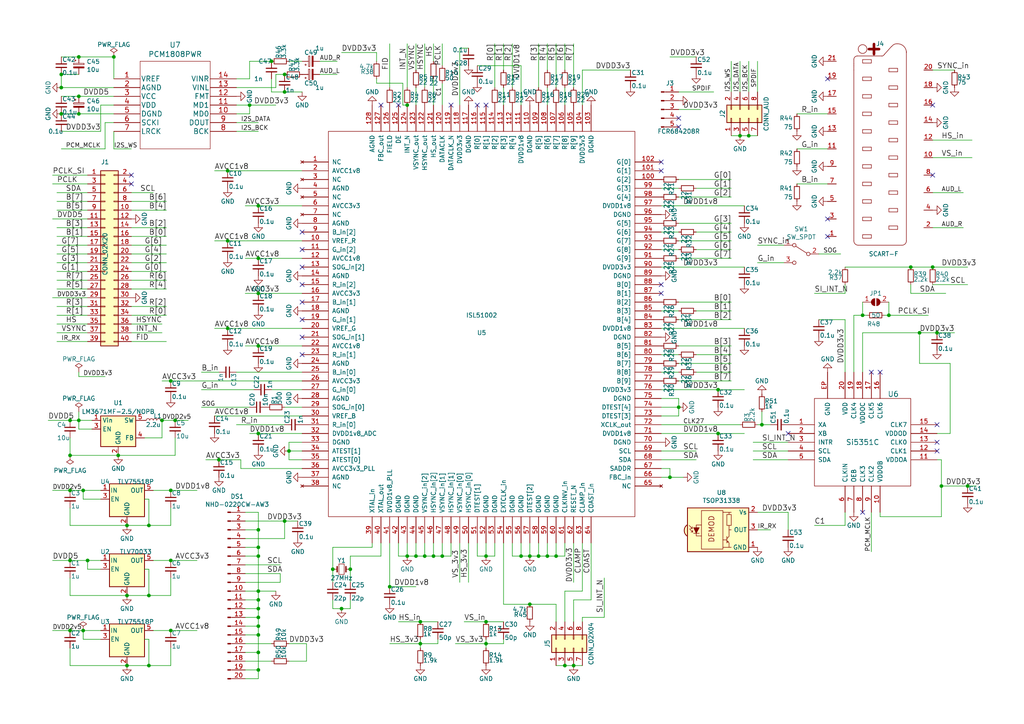
<source format=kicad_sch>
(kicad_sch (version 20211123) (generator eeschema)
  (paper "A4")
  (title_block (title "DExx-vd_isl") (date "2022-04-21") (rev "1.4"))
  (junction (at 74.93 173.99))
  (junction (at 271.78 96.52))
  (junction (at 43.18 172.72))
  (junction (at 101.6 165.1))
  (junction (at 74.93 100.33))
  (junction (at 74.93 158.75))
  (junction (at 20.32 142.24))
  (junction (at 208.28 113.03))
  (junction (at 66.04 49.53))
  (junction (at 66.04 69.85))
  (junction (at 120.65 161.29))
  (junction (at 250.19 91.44))
  (junction (at 151.13 161.29))
  (junction (at 49.53 142.24))
  (junction (at 72.39 30.48))
  (junction (at 74.93 179.07))
  (junction (at 20.32 121.92))
  (junction (at 74.93 176.53))
  (junction (at 36.83 152.4))
  (junction (at 34.29 132.08))
  (junction (at 22.86 16.51))
  (junction (at 66.04 95.25))
  (junction (at 140.97 161.29))
  (junction (at 113.03 170.18))
  (junction (at 118.11 161.29))
  (junction (at 74.93 194.31))
  (junction (at 17.78 21.59))
  (junction (at 140.97 186.69))
  (junction (at 74.93 125.73))
  (junction (at 140.97 180.34))
  (junction (at 163.83 193.04))
  (junction (at 74.93 161.29))
  (junction (at 43.18 193.04))
  (junction (at 43.18 152.4))
  (junction (at 22.86 27.94))
  (junction (at 36.83 172.72))
  (junction (at 118.11 30.48))
  (junction (at 33.02 16.51))
  (junction (at 194.31 138.43))
  (junction (at 214.63 39.37))
  (junction (at 156.21 161.29))
  (junction (at 125.73 161.29))
  (junction (at 266.7 96.52))
  (junction (at 208.28 125.73))
  (junction (at 82.55 151.13))
  (junction (at 49.53 182.88))
  (junction (at 22.86 121.92))
  (junction (at 153.67 175.26))
  (junction (at 25.4 162.56))
  (junction (at 96.52 165.1))
  (junction (at 82.55 21.59))
  (junction (at 63.5 133.35))
  (junction (at 46.99 121.92))
  (junction (at 121.92 180.34))
  (junction (at 49.53 162.56))
  (junction (at 217.17 39.37))
  (junction (at 17.78 25.4))
  (junction (at 74.93 184.15))
  (junction (at 83.82 130.81))
  (junction (at 257.81 91.44))
  (junction (at 280.67 140.97))
  (junction (at 273.05 140.97))
  (junction (at 166.37 193.04))
  (junction (at 20.32 182.88))
  (junction (at 264.16 77.47))
  (junction (at 74.93 85.09))
  (junction (at 20.32 132.08))
  (junction (at 74.93 189.23))
  (junction (at 74.93 59.69))
  (junction (at 74.93 171.45))
  (junction (at 24.13 182.88))
  (junction (at 158.75 161.29))
  (junction (at 50.8 121.92))
  (junction (at 161.29 161.29))
  (junction (at 36.83 193.04))
  (junction (at 82.55 26.67))
  (junction (at 99.06 176.53))
  (junction (at 49.53 110.49))
  (junction (at 121.92 186.69))
  (junction (at 20.32 162.56))
  (junction (at 78.74 17.78))
  (junction (at 270.51 77.47))
  (junction (at 128.27 161.29))
  (junction (at 220.98 123.19))
  (junction (at 153.67 161.29))
  (junction (at 24.13 142.24))
  (junction (at 74.93 74.93))
  (junction (at 196.85 118.11))
  (junction (at 123.19 161.29))
  (junction (at 22.86 33.02))
  (junction (at 74.93 181.61))
  (junction (at 74.93 153.67))
  (junction (at 17.78 33.02))
  (no_connect (at 140.97 30.48))
  (no_connect (at 87.63 67.31))
  (no_connect (at 191.77 49.53))
  (no_connect (at 271.78 130.81))
  (no_connect (at 250.19 148.59))
  (no_connect (at 196.85 34.29))
  (no_connect (at 271.78 128.27))
  (no_connect (at 87.63 102.87))
  (no_connect (at 271.78 123.19))
  (no_connect (at 87.63 72.39))
  (no_connect (at 191.77 46.99))
  (no_connect (at 38.1 50.8))
  (no_connect (at 138.43 30.48))
  (no_connect (at 87.63 87.63))
  (no_connect (at 110.49 30.48))
  (no_connect (at 240.03 68.58))
  (no_connect (at 87.63 92.71))
  (no_connect (at 196.85 36.83))
  (no_connect (at 191.77 82.55))
  (no_connect (at 228.6 125.73))
  (no_connect (at 270.51 50.8))
  (no_connect (at 255.27 107.95))
  (no_connect (at 87.63 82.55))
  (no_connect (at 115.57 30.48))
  (no_connect (at 191.77 85.09))
  (no_connect (at 130.81 30.48))
  (no_connect (at 87.63 97.79))
  (no_connect (at 270.51 30.48))
  (no_connect (at 87.63 77.47))
  (no_connect (at 240.03 63.5))
  (no_connect (at 240.03 22.86))
  (no_connect (at 38.1 53.34))
  (no_connect (at 252.73 107.95))
  (wire (pts (xy 191.77 95.25) (xy 215.9 95.25)))
  (wire (pts (xy 16.51 91.44) (xy 25.4 91.44)))
  (wire (pts (xy 50.8 121.92) (xy 46.99 121.92)))
  (wire (pts (xy 22.86 27.94) (xy 33.02 27.94)))
  (wire (pts (xy 74.93 100.33) (xy 87.63 100.33)))
  (wire (pts (xy 80.01 25.4) (xy 80.01 21.59)))
  (wire (pts (xy 20.32 172.72) (xy 36.83 172.72)))
  (wire (pts (xy 96.52 176.53) (xy 99.06 176.53)))
  (wire (pts (xy 68.58 123.19) (xy 82.55 123.19)))
  (wire (pts (xy 196.85 100.33) (xy 212.09 100.33)))
  (wire (pts (xy 74.93 38.1) (xy 68.58 38.1)))
  (wire (pts (xy 196.85 87.63) (xy 212.09 87.63)))
  (wire (pts (xy 44.45 142.24) (xy 49.53 142.24)))
  (wire (pts (xy 97.79 21.59) (xy 92.71 21.59)))
  (wire (pts (xy 97.79 17.78) (xy 92.71 17.78)))
  (wire (pts (xy 255.27 148.59) (xy 255.27 149.86)))
  (wire (pts (xy 275.59 125.73) (xy 275.59 105.41)))
  (wire (pts (xy 140.97 185.42) (xy 140.97 186.69)))
  (wire (pts (xy 191.77 118.11) (xy 196.85 118.11)))
  (wire (pts (xy 59.69 133.35) (xy 63.5 133.35)))
  (wire (pts (xy 168.91 179.07) (xy 175.26 179.07)))
  (wire (pts (xy 38.1 58.42) (xy 48.26 58.42)))
  (wire (pts (xy 125.73 157.48) (xy 125.73 161.29)))
  (wire (pts (xy 16.51 99.06) (xy 25.4 99.06)))
  (wire (pts (xy 270.51 45.72) (xy 281.94 45.72)))
  (wire (pts (xy 74.93 59.69) (xy 87.63 59.69)))
  (wire (pts (xy 68.58 33.02) (xy 72.39 33.02)))
  (wire (pts (xy 38.1 93.98) (xy 46.99 93.98)))
  (wire (pts (xy 158.75 157.48) (xy 158.75 161.29)))
  (wire (pts (xy 29.21 165.1) (xy 25.4 165.1)))
  (wire (pts (xy 250.19 91.44) (xy 247.65 91.44)))
  (wire (pts (xy 71.12 166.37) (xy 81.28 166.37)))
  (wire (pts (xy 71.12 194.31) (xy 74.93 194.31)))
  (wire (pts (xy 240.03 43.18) (xy 231.14 43.18)))
  (wire (pts (xy 71.12 156.21) (xy 82.55 156.21)))
  (wire (pts (xy 54.61 121.92) (xy 50.8 121.92)))
  (wire (pts (xy 146.05 12.7) (xy 146.05 20.32)))
  (wire (pts (xy 163.83 171.45) (xy 168.91 171.45)))
  (wire (pts (xy 245.11 92.71) (xy 237.49 92.71)))
  (wire (pts (xy 168.91 30.48) (xy 168.91 20.32)))
  (wire (pts (xy 281.94 40.64) (xy 270.51 40.64)))
  (wire (pts (xy 33.02 43.18) (xy 38.1 43.18)))
  (wire (pts (xy 270.51 55.88) (xy 279.4 55.88)))
  (wire (pts (xy 191.77 77.47) (xy 215.9 77.47)))
  (wire (pts (xy 271.78 96.52) (xy 276.86 96.52)))
  (wire (pts (xy 191.77 130.81) (xy 201.93 130.81)))
  (wire (pts (xy 24.13 182.88) (xy 24.13 185.42)))
  (wire (pts (xy 24.13 142.24) (xy 24.13 144.78)))
  (wire (pts (xy 43.18 144.78) (xy 43.18 152.4)))
  (wire (pts (xy 101.6 161.29) (xy 101.6 165.1)))
  (wire (pts (xy 250.19 96.52) (xy 266.7 96.52)))
  (wire (pts (xy 41.91 185.42) (xy 43.18 185.42)))
  (wire (pts (xy 43.18 165.1) (xy 43.18 172.72)))
  (wire (pts (xy 196.85 64.77) (xy 212.09 64.77)))
  (wire (pts (xy 43.18 185.42) (xy 43.18 193.04)))
  (wire (pts (xy 87.63 118.11) (xy 82.55 118.11)))
  (wire (pts (xy 87.63 128.27) (xy 83.82 128.27)))
  (wire (pts (xy 217.17 39.37) (xy 214.63 39.37)))
  (wire (pts (xy 74.93 161.29) (xy 74.93 158.75)))
  (wire (pts (xy 25.4 68.58) (xy 16.51 68.58)))
  (wire (pts (xy 78.74 26.67) (xy 82.55 26.67)))
  (wire (pts (xy 74.93 125.73) (xy 72.39 125.73)))
  (wire (pts (xy 41.91 127) (xy 46.99 127)))
  (wire (pts (xy 71.12 85.09) (xy 74.93 85.09)))
  (wire (pts (xy 217.17 26.67) (xy 217.17 17.78)))
  (wire (pts (xy 140.97 157.48) (xy 140.97 161.29)))
  (wire (pts (xy 123.19 157.48) (xy 123.19 161.29)))
  (wire (pts (xy 163.83 180.34) (xy 163.83 171.45)))
  (wire (pts (xy 245.11 77.47) (xy 264.16 77.47)))
  (wire (pts (xy 166.37 12.7) (xy 166.37 25.4)))
  (wire (pts (xy 158.75 12.7) (xy 158.75 20.32)))
  (wire (pts (xy 214.63 26.67) (xy 214.63 17.78)))
  (wire (pts (xy 96.52 173.99) (xy 96.52 176.53)))
  (wire (pts (xy 74.93 85.09) (xy 87.63 85.09)))
  (wire (pts (xy 118.11 161.29) (xy 118.11 157.48)))
  (wire (pts (xy 43.18 193.04) (xy 49.53 193.04)))
  (wire (pts (xy 191.77 67.31) (xy 196.85 67.31)))
  (wire (pts (xy 140.97 180.34) (xy 146.05 180.34)))
  (wire (pts (xy 271.78 133.35) (xy 273.05 133.35)))
  (wire (pts (xy 74.93 171.45) (xy 74.93 161.29)))
  (wire (pts (xy 49.53 187.96) (xy 49.53 193.04)))
  (wire (pts (xy 71.12 161.29) (xy 74.93 161.29)))
  (wire (pts (xy 113.03 170.18) (xy 120.65 170.18)))
  (wire (pts (xy 228.6 153.67) (xy 228.6 148.59)))
  (wire (pts (xy 34.29 132.08) (xy 50.8 132.08)))
  (wire (pts (xy 72.39 30.48) (xy 80.01 30.48)))
  (wire (pts (xy 87.63 26.67) (xy 82.55 26.67)))
  (wire (pts (xy 168.91 157.48) (xy 168.91 171.45)))
  (wire (pts (xy 24.13 142.24) (xy 29.21 142.24)))
  (wire (pts (xy 25.4 165.1) (xy 25.4 162.56)))
  (wire (pts (xy 74.93 194.31) (xy 74.93 189.23)))
  (wire (pts (xy 44.45 182.88) (xy 49.53 182.88)))
  (wire (pts (xy 88.9 191.77) (xy 88.9 186.69)))
  (wire (pts (xy 43.18 172.72) (xy 49.53 172.72)))
  (wire (pts (xy 16.51 73.66) (xy 25.4 73.66)))
  (wire (pts (xy 171.45 173.99) (xy 166.37 173.99)))
  (wire (pts (xy 15.24 162.56) (xy 20.32 162.56)))
  (wire (pts (xy 33.02 25.4) (xy 17.78 25.4)))
  (wire (pts (xy 156.21 161.29) (xy 158.75 161.29)))
  (wire (pts (xy 72.39 30.48) (xy 68.58 30.48)))
  (wire (pts (xy 219.71 123.19) (xy 220.98 123.19)))
  (wire (pts (xy 15.24 86.36) (xy 25.4 86.36)))
  (wire (pts (xy 128.27 24.13) (xy 128.27 30.48)))
  (wire (pts (xy 49.53 162.56) (xy 57.15 162.56)))
  (wire (pts (xy 201.93 90.17) (xy 212.09 90.17)))
  (wire (pts (xy 194.31 135.89) (xy 194.31 138.43)))
  (wire (pts (xy 115.57 161.29) (xy 118.11 161.29)))
  (wire (pts (xy 158.75 161.29) (xy 161.29 161.29)))
  (wire (pts (xy 25.4 96.52) (xy 16.51 96.52)))
  (wire (pts (xy 74.93 181.61) (xy 74.93 179.07)))
  (wire (pts (xy 151.13 157.48) (xy 151.13 161.29)))
  (wire (pts (xy 109.22 17.78) (xy 109.22 15.24)))
  (wire (pts (xy 71.12 173.99) (xy 74.93 173.99)))
  (wire (pts (xy 96.52 165.1) (xy 96.52 168.91)))
  (wire (pts (xy 96.52 158.75) (xy 96.52 165.1)))
  (wire (pts (xy 120.65 20.32) (xy 120.65 12.7)))
  (wire (pts (xy 87.63 125.73) (xy 74.93 125.73)))
  (wire (pts (xy 138.43 161.29) (xy 140.97 161.29)))
  (wire (pts (xy 17.78 21.59) (xy 17.78 25.4)))
  (wire (pts (xy 212.09 17.78) (xy 212.09 26.67)))
  (wire (pts (xy 123.19 25.4) (xy 123.19 12.7)))
  (wire (pts (xy 72.39 22.86) (xy 72.39 17.78)))
  (wire (pts (xy 22.86 121.92) (xy 26.67 121.92)))
  (wire (pts (xy 17.78 16.51) (xy 22.86 16.51)))
  (wire (pts (xy 113.03 157.48) (xy 113.03 170.18)))
  (wire (pts (xy 22.86 124.46) (xy 22.86 121.92)))
  (wire (pts (xy 83.82 191.77) (xy 88.9 191.77)))
  (wire (pts (xy 66.04 69.85) (xy 87.63 69.85)))
  (wire (pts (xy 196.85 69.85) (xy 212.09 69.85)))
  (wire (pts (xy 194.31 16.51) (xy 201.93 16.51)))
  (wire (pts (xy 16.51 58.42) (xy 25.4 58.42)))
  (wire (pts (xy 196.85 115.57) (xy 196.85 118.11)))
  (wire (pts (xy 38.1 66.04) (xy 48.26 66.04)))
  (wire (pts (xy 74.93 158.75) (xy 74.93 153.67)))
  (wire (pts (xy 138.43 157.48) (xy 138.43 161.29)))
  (wire (pts (xy 38.1 81.28) (xy 48.26 81.28)))
  (wire (pts (xy 71.12 176.53) (xy 74.93 176.53)))
  (wire (pts (xy 280.67 140.97) (xy 283.21 140.97)))
  (wire (pts (xy 71.12 59.69) (xy 74.93 59.69)))
  (wire (pts (xy 118.11 30.48) (xy 116.84 30.48)))
  (wire (pts (xy 247.65 91.44) (xy 247.65 107.95)))
  (wire (pts (xy 153.67 175.26) (xy 161.29 175.26)))
  (wire (pts (xy 121.92 186.69) (xy 121.92 187.96)))
  (wire (pts (xy 118.11 25.4) (xy 118.11 12.7)))
  (wire (pts (xy 24.13 182.88) (xy 29.21 182.88)))
  (wire (pts (xy 71.12 184.15) (xy 74.93 184.15)))
  (wire (pts (xy 50.8 132.08) (xy 50.8 127)))
  (wire (pts (xy 153.67 161.29) (xy 156.21 161.29)))
  (wire (pts (xy 71.12 100.33) (xy 74.93 100.33)))
  (wire (pts (xy 78.74 22.86) (xy 78.74 26.67)))
  (wire (pts (xy 38.1 73.66) (xy 48.26 73.66)))
  (wire (pts (xy 273.05 133.35) (xy 273.05 140.97)))
  (wire (pts (xy 72.39 33.02) (xy 72.39 30.48)))
  (wire (pts (xy 270.51 82.55) (xy 280.67 82.55)))
  (wire (pts (xy 257.81 87.63) (xy 257.81 91.44)))
  (wire (pts (xy 20.32 142.24) (xy 24.13 142.24)))
  (wire (pts (xy 101.6 176.53) (xy 101.6 173.99)))
  (wire (pts (xy 68.58 22.86) (xy 72.39 22.86)))
  (wire (pts (xy 163.83 12.7) (xy 163.83 20.32)))
  (wire (pts (xy 33.02 16.51) (xy 33.02 22.86)))
  (wire (pts (xy 71.12 189.23) (xy 74.93 189.23)))
  (wire (pts (xy 68.58 25.4) (xy 80.01 25.4)))
  (wire (pts (xy 125.73 161.29) (xy 128.27 161.29)))
  (wire (pts (xy 201.93 107.95) (xy 212.09 107.95)))
  (wire (pts (xy 245.11 107.95) (xy 245.11 92.71)))
  (wire (pts (xy 266.7 105.41) (xy 266.7 96.52)))
  (wire (pts (xy 196.85 52.07) (xy 212.09 52.07)))
  (wire (pts (xy 66.04 95.25) (xy 87.63 95.25)))
  (wire (pts (xy 191.77 115.57) (xy 196.85 115.57)))
  (wire (pts (xy 16.51 71.12) (xy 25.4 71.12)))
  (wire (pts (xy 71.12 163.83) (xy 81.28 163.83)))
  (wire (pts (xy 201.93 72.39) (xy 212.09 72.39)))
  (wire (pts (xy 134.62 180.34) (xy 140.97 180.34)))
  (wire (pts (xy 220.98 123.19) (xy 223.52 123.19)))
  (wire (pts (xy 33.02 33.02) (xy 22.86 33.02)))
  (wire (pts (xy 80.01 21.59) (xy 82.55 21.59)))
  (wire (pts (xy 22.86 119.38) (xy 22.86 121.92)))
  (wire (pts (xy 128.27 12.7) (xy 128.27 19.05)))
  (wire (pts (xy 196.85 54.61) (xy 191.77 54.61)))
  (wire (pts (xy 13.97 121.92) (xy 20.32 121.92)))
  (wire (pts (xy 17.78 38.1) (xy 29.21 38.1)))
  (wire (pts (xy 107.95 157.48) (xy 107.95 158.75)))
  (wire (pts (xy 196.85 90.17) (xy 191.77 90.17)))
  (wire (pts (xy 58.42 118.11) (xy 72.39 118.11)))
  (wire (pts (xy 16.51 55.88) (xy 25.4 55.88)))
  (wire (pts (xy 214.63 39.37) (xy 212.09 39.37)))
  (wire (pts (xy 148.59 157.48) (xy 148.59 161.29)))
  (wire (pts (xy 128.27 161.29) (xy 130.81 161.29)))
  (wire (pts (xy 38.1 60.96) (xy 48.26 60.96)))
  (wire (pts (xy 120.65 161.29) (xy 120.65 157.48)))
  (wire (pts (xy 196.85 105.41) (xy 212.09 105.41)))
  (wire (pts (xy 194.31 138.43) (xy 191.77 138.43)))
  (wire (pts (xy 74.93 196.85) (xy 74.93 194.31)))
  (wire (pts (xy 161.29 161.29) (xy 161.29 157.48)))
  (wire (pts (xy 168.91 180.34) (xy 168.91 179.07)))
  (wire (pts (xy 203.2 31.75) (xy 196.85 31.75)))
  (wire (pts (xy 71.12 196.85) (xy 74.93 196.85)))
  (wire (pts (xy 121.92 186.69) (xy 127 186.69)))
  (wire (pts (xy 109.22 24.13) (xy 109.22 22.86)))
  (wire (pts (xy 146.05 25.4) (xy 146.05 30.48)))
  (wire (pts (xy 71.12 191.77) (xy 78.74 191.77)))
  (wire (pts (xy 38.1 68.58) (xy 48.26 68.58)))
  (wire (pts (xy 30.48 43.18) (xy 30.48 35.56)))
  (wire (pts (xy 74.93 176.53) (xy 74.93 173.99)))
  (wire (pts (xy 121.92 185.42) (xy 121.92 186.69)))
  (wire (pts (xy 63.5 133.35) (xy 69.85 133.35)))
  (wire (pts (xy 266.7 96.52) (xy 271.78 96.52)))
  (wire (pts (xy 166.37 193.04) (xy 163.83 193.04)))
  (wire (pts (xy 264.16 85.09) (xy 264.16 82.55)))
  (wire (pts (xy 82.55 156.21) (xy 82.55 151.13)))
  (wire (pts (xy 88.9 186.69) (xy 83.82 186.69)))
  (wire (pts (xy 16.51 66.04) (xy 25.4 66.04)))
  (wire (pts (xy 196.85 57.15) (xy 212.09 57.15)))
  (wire (pts (xy 33.02 30.48) (xy 29.21 30.48)))
  (wire (pts (xy 74.93 148.59) (xy 74.93 153.67)))
  (wire (pts (xy 71.12 179.07) (xy 74.93 179.07)))
  (wire (pts (xy 25.4 162.56) (xy 29.21 162.56)))
  (wire (pts (xy 72.39 17.78) (xy 78.74 17.78)))
  (wire (pts (xy 270.51 77.47) (xy 280.67 77.47)))
  (wire (pts (xy 17.78 27.94) (xy 22.86 27.94)))
  (wire (pts (xy 273.05 140.97) (xy 280.67 140.97)))
  (wire (pts (xy 20.32 182.88) (xy 24.13 182.88)))
  (wire (pts (xy 116.84 30.48) (xy 116.84 24.13)))
  (wire (pts (xy 245.11 85.09) (xy 236.22 85.09)))
  (wire (pts (xy 191.77 123.19) (xy 214.63 123.19)))
  (wire (pts (xy 196.85 72.39) (xy 191.77 72.39)))
  (wire (pts (xy 118.11 161.29) (xy 120.65 161.29)))
  (wire (pts (xy 68.58 35.56) (xy 74.93 35.56)))
  (wire (pts (xy 191.77 133.35) (xy 201.93 133.35)))
  (wire (pts (xy 36.83 172.72) (xy 43.18 172.72)))
  (wire (pts (xy 87.63 110.49) (xy 49.53 110.49)))
  (wire (pts (xy 25.4 78.74) (xy 16.51 78.74)))
  (wire (pts (xy 22.86 21.59) (xy 17.78 21.59)))
  (wire (pts (xy 130.81 161.29) (xy 130.81 157.48)))
  (wire (pts (xy 87.63 107.95) (xy 68.58 107.95)))
  (wire (pts (xy 86.36 151.13) (xy 82.55 151.13)))
  (wire (pts (xy 99.06 15.24) (xy 109.22 15.24)))
  (wire (pts (xy 83.82 133.35) (xy 87.63 133.35)))
  (wire (pts (xy 125.73 12.7) (xy 125.73 17.78)))
  (wire (pts (xy 16.51 83.82) (xy 25.4 83.82)))
  (wire (pts (xy 69.85 133.35) (xy 69.85 135.89)))
  (wire (pts (xy 22.86 109.22) (xy 30.48 109.22)))
  (wire (pts (xy 74.93 74.93) (xy 87.63 74.93)))
  (wire (pts (xy 113.03 25.4) (xy 113.03 12.7)))
  (wire (pts (xy 143.51 12.7) (xy 143.51 25.4)))
  (wire (pts (xy 20.32 187.96) (xy 20.32 193.04)))
  (wire (pts (xy 20.32 193.04) (xy 36.83 193.04)))
  (wire (pts (xy 146.05 157.48) (xy 146.05 175.26)))
  (wire (pts (xy 46.99 127) (xy 46.99 121.92)))
  (wire (pts (xy 196.85 26.67) (xy 207.01 26.67)))
  (wire (pts (xy 133.35 13.97) (xy 135.89 13.97)))
  (wire (pts (xy 120.65 161.29) (xy 123.19 161.29)))
  (wire (pts (xy 36.83 152.4) (xy 43.18 152.4)))
  (wire (pts (xy 38.1 78.74) (xy 48.26 78.74)))
  (wire (pts (xy 110.49 161.29) (xy 110.49 157.48)))
  (wire (pts (xy 82.55 151.13) (xy 71.12 151.13)))
  (wire (pts (xy 121.92 180.34) (xy 127 180.34)))
  (wire (pts (xy 71.12 171.45) (xy 74.93 171.45)))
  (wire (pts (xy 20.32 132.08) (xy 34.29 132.08)))
  (wire (pts (xy 250.19 87.63) (xy 250.19 91.44)))
  (wire (pts (xy 243.84 73.66) (xy 237.49 73.66)))
  (wire (pts (xy 113.03 186.69) (xy 121.92 186.69)))
  (wire (pts (xy 218.44 128.27) (xy 228.6 128.27)))
  (wire (pts (xy 127 186.69) (xy 127 185.42)))
  (wire (pts (xy 15.24 142.24) (xy 20.32 142.24)))
  (wire (pts (xy 240.03 33.02) (xy 231.14 33.02)))
  (wire (pts (xy 25.4 63.5) (xy 15.24 63.5)))
  (wire (pts (xy 44.45 55.88) (xy 38.1 55.88)))
  (wire (pts (xy 58.42 113.03) (xy 73.66 113.03)))
  (wire (pts (xy 15.24 50.8) (xy 25.4 50.8)))
  (wire (pts (xy 156.21 25.4) (xy 156.21 12.7)))
  (wire (pts (xy 196.85 120.65) (xy 191.77 120.65)))
  (wire (pts (xy 38.1 96.52) (xy 46.99 96.52)))
  (wire (pts (xy 22.86 33.02) (xy 17.78 33.02)))
  (wire (pts (xy 245.11 148.59) (xy 245.11 152.4)))
  (wire (pts (xy 171.45 157.48) (xy 171.45 173.99)))
  (wire (pts (xy 74.93 184.15) (xy 74.93 181.61)))
  (wire (pts (xy 191.77 135.89) (xy 194.31 135.89)))
  (wire (pts (xy 66.04 49.53) (xy 87.63 49.53)))
  (wire (pts (xy 87.63 113.03) (xy 78.74 113.03)))
  (wire (pts (xy 20.32 121.92) (xy 22.86 121.92)))
  (wire (pts (xy 48.26 88.9) (xy 38.1 88.9)))
  (wire (pts (xy 20.32 147.32) (xy 20.32 152.4)))
  (wire (pts (xy 15.24 182.88) (xy 20.32 182.88)))
  (wire (pts (xy 15.24 53.34) (xy 25.4 53.34)))
  (wire (pts (xy 49.53 167.64) (xy 49.53 172.72)))
  (wire (pts (xy 161.29 12.7) (xy 161.29 25.4)))
  (wire (pts (xy 148.59 12.7) (xy 148.59 25.4)))
  (wire (pts (xy 201.93 67.31) (xy 212.09 67.31)))
  (wire (pts (xy 123.19 161.29) (xy 125.73 161.29)))
  (wire (pts (xy 71.12 186.69) (xy 78.74 186.69)))
  (wire (pts (xy 251.46 91.44) (xy 250.19 91.44)))
  (wire (pts (xy 71.12 158.75) (xy 74.93 158.75)))
  (wire (pts (xy 62.23 69.85) (xy 66.04 69.85)))
  (wire (pts (xy 255.27 149.86) (xy 273.05 149.86)))
  (wire (pts (xy 83.82 130.81) (xy 87.63 130.81)))
  (wire (pts (xy 256.54 91.44) (xy 257.81 91.44)))
  (wire (pts (xy 26.67 124.46) (xy 22.86 124.46)))
  (wire (pts (xy 38.1 76.2) (xy 48.26 76.2)))
  (wire (pts (xy 264.16 85.09) (xy 274.32 85.09)))
  (wire (pts (xy 240.03 53.34) (xy 231.14 53.34)))
  (wire (pts (xy 151.13 161.29) (xy 153.67 161.29)))
  (wire (pts (xy 168.91 193.04) (xy 166.37 193.04)))
  (wire (pts (xy 196.85 110.49) (xy 212.09 110.49)))
  (wire (pts (xy 220.98 119.38) (xy 220.98 123.19)))
  (wire (pts (xy 158.75 30.48) (xy 158.75 25.4)))
  (wire (pts (xy 196.85 92.71) (xy 212.09 92.71)))
  (wire (pts (xy 133.35 13.97) (xy 133.35 30.48)))
  (wire (pts (xy 16.51 81.28) (xy 25.4 81.28)))
  (wire (pts (xy 196.85 118.11) (xy 196.85 120.65)))
  (wire (pts (xy 62.23 95.25) (xy 66.04 95.25)))
  (wire (pts (xy 115.57 180.34) (xy 121.92 180.34)))
  (wire (pts (xy 146.05 175.26) (xy 153.67 175.26)))
  (wire (pts (xy 219.71 76.2) (xy 227.33 76.2)))
  (wire (pts (xy 191.77 59.69) (xy 215.9 59.69)))
  (wire (pts (xy 208.28 125.73) (xy 215.9 125.73)))
  (wire (pts (xy 17.78 43.18) (xy 30.48 43.18)))
  (wire (pts (xy 257.81 91.44) (xy 269.24 91.44)))
  (wire (pts (xy 166.37 157.48) (xy 166.37 168.91)))
  (wire (pts (xy 74.93 179.07) (xy 74.93 176.53)))
  (wire (pts (xy 115.57 157.48) (xy 115.57 161.29)))
  (wire (pts (xy 101.6 165.1) (xy 101.6 168.91)))
  (wire (pts (xy 43.18 152.4) (xy 49.53 152.4)))
  (wire (pts (xy 264.16 77.47) (xy 270.51 77.47)))
  (wire (pts (xy 101.6 161.29) (xy 110.49 161.29)))
  (wire (pts (xy 140.97 161.29) (xy 143.51 161.29)))
  (wire (pts (xy 20.32 167.64) (xy 20.32 172.72)))
  (wire (pts (xy 166.37 173.99) (xy 166.37 180.34)))
  (wire (pts (xy 24.13 185.42) (xy 29.21 185.42)))
  (wire (pts (xy 83.82 128.27) (xy 83.82 130.81)))
  (wire (pts (xy 245.11 152.4) (xy 236.22 152.4)))
  (wire (pts (xy 198.12 138.43) (xy 194.31 138.43)))
  (wire (pts (xy 58.42 107.95) (xy 63.5 107.95)))
  (wire (pts (xy 81.28 166.37) (xy 81.28 168.91)))
  (wire (pts (xy 151.13 30.48) (xy 151.13 19.05)))
  (wire (pts (xy 219.71 26.67) (xy 219.71 17.78)))
  (wire (pts (xy 228.6 148.59) (xy 219.71 148.59)))
  (wire (pts (xy 81.28 168.91) (xy 71.12 168.91)))
  (wire (pts (xy 156.21 157.48) (xy 156.21 161.29)))
  (wire (pts (xy 161.29 161.29) (xy 163.83 161.29)))
  (wire (pts (xy 22.86 107.95) (xy 22.86 109.22)))
  (wire (pts (xy 273.05 149.86) (xy 273.05 140.97)))
  (wire (pts (xy 30.48 35.56) (xy 33.02 35.56)))
  (wire (pts (xy 252.73 148.59) (xy 252.73 160.02)))
  (wire (pts (xy 49.53 110.49) (xy 46.99 110.49)))
  (wire (pts (xy 36.83 193.04) (xy 43.18 193.04)))
  (wire (pts (xy 49.53 142.24) (xy 57.15 142.24)))
  (wire (pts (xy 22.86 16.51) (xy 33.02 16.51)))
  (wire (pts (xy 71.12 74.93) (xy 74.93 74.93)))
  (wire (pts (xy 135.89 157.48) (xy 135.89 168.91)))
  (wire (pts (xy 279.4 66.04) (xy 270.51 66.04)))
  (wire (pts (xy 41.91 165.1) (xy 43.18 165.1)))
  (wire (pts (xy 228.6 133.35) (xy 218.44 133.35)))
  (wire (pts (xy 16.51 76.2) (xy 25.4 76.2)))
  (wire (pts (xy 62.23 120.65) (xy 87.63 120.65)))
  (wire (pts (xy 29.21 38.1) (xy 29.21 30.48)))
  (wire (pts (xy 250.19 107.95) (xy 250.19 96.52)))
  (wire (pts (xy 146.05 186.69) (xy 146.05 185.42)))
  (wire (pts (xy 38.1 99.06) (xy 48.26 99.06)))
  (wire (pts (xy 33.02 38.1) (xy 33.02 43.18)))
  (wire (pts (xy 71.12 181.61) (xy 74.93 181.61)))
  (wire (pts (xy 270.51 20.32) (xy 276.86 20.32)))
  (wire (pts (xy 163.83 25.4) (xy 163.83 30.48)))
  (wire (pts (xy 208.28 113.03) (xy 215.9 113.03)))
  (wire (pts (xy 87.63 17.78) (xy 83.82 17.78)))
  (wire (pts (xy 191.77 113.03) (xy 208.28 113.03)))
  (wire (pts (xy 41.91 144.78) (xy 43.18 144.78)))
  (wire (pts (xy 125.73 22.86) (xy 125.73 30.48)))
  (wire (pts (xy 143.51 161.29) (xy 143.51 157.48)))
  (wire (pts (xy 161.29 180.34) (xy 161.29 175.26)))
  (wire (pts (xy 16.51 93.98) (xy 25.4 93.98)))
  (wire (pts (xy 20.32 127) (xy 20.32 132.08)))
  (wire (pts (xy 201.93 54.61) (xy 212.09 54.61)))
  (wire (pts (xy 219.71 71.12) (xy 227.33 71.12)))
  (wire (pts (xy 245.11 82.55) (xy 245.11 85.09)))
  (wire (pts (xy 275.59 105.41) (xy 266.7 105.41)))
  (wire (pts (xy 132.08 186.69) (xy 140.97 186.69)))
  (wire (pts (xy 271.78 125.73) (xy 275.59 125.73)))
  (wire (pts (xy 196.85 74.93) (xy 212.09 74.93)))
  (wire (pts (xy 175.26 179.07) (xy 175.26 167.64)))
  (wire (pts (xy 107.95 158.75) (xy 96.52 158.75)))
  (wire (pts (xy 223.52 153.67) (xy 219.71 153.67)))
  (wire (pts (xy 71.12 148.59) (xy 74.93 148.59)))
  (wire (pts (xy 24.13 144.78) (xy 29.21 144.78)))
  (wire (pts (xy 217.17 39.37) (xy 219.71 39.37)))
  (wire (pts (xy 38.1 71.12) (xy 48.26 71.12)))
  (wire (pts (xy 20.32 162.56) (xy 25.4 162.56)))
  (wire (pts (xy 133.35 157.48) (xy 133.35 168.91)))
  (wire (pts (xy 120.65 25.4) (xy 120.65 30.48)))
  (wire (pts (xy 163.83 161.29) (xy 163.83 157.48)))
  (wire (pts (xy 191.77 125.73) (xy 208.28 125.73)))
  (wire (pts (xy 69.85 135.89) (xy 87.63 135.89)))
  (wire (pts (xy 49.53 147.32) (xy 49.53 152.4)))
  (wire (pts (xy 74.93 153.67) (xy 71.12 153.67)))
  (wire (pts (xy 109.22 24.13) (xy 116.84 24.13)))
  (wire (pts (xy 74.93 173.99) (xy 74.93 171.45)))
  (wire (pts (xy 49.53 182.88) (xy 57.15 182.88)))
  (wire (pts (xy 38.1 91.44) (xy 48.26 91.44)))
  (wire (pts (xy 218.44 130.81) (xy 228.6 130.81)))
  (wire (pts (xy 62.23 49.53) (xy 66.04 49.53)))
  (wire (pts (xy 38.1 83.82) (xy 48.26 83.82)))
  (wire (pts (xy 140.97 186.69) (xy 146.05 186.69)))
  (wire (pts (xy 163.83 193.04) (xy 161.29 193.04)))
  (wire (pts (xy 128.27 157.48) (xy 128.27 161.29)))
  (wire (pts (xy 153.67 157.48) (xy 153.67 161.29)))
  (wire (pts (xy 201.93 102.87) (xy 212.09 102.87)))
  (wire (pts (xy 148.59 161.29) (xy 151.13 161.29)))
  (wire (pts (xy 140.97 186.69) (xy 140.97 187.96)))
  (wire (pts (xy 99.06 176.53) (xy 101.6 176.53)))
  (wire (pts (xy 80.01 171.45) (xy 74.93 171.45)))
  (wire (pts (xy 191.77 102.87) (xy 196.85 102.87)))
  (wire (pts (xy 196.85 107.95) (xy 191.77 107.95)))
  (wire (pts (xy 74.93 189.23) (xy 74.93 184.15)))
  (wire (pts (xy 44.45 162.56) (xy 49.53 162.56)))
  (wire (pts (xy 16.51 88.9) (xy 25.4 88.9)))
  (wire (pts (xy 20.32 152.4) (xy 36.83 152.4)))
  (wire (pts (xy 25.4 60.96) (xy 16.51 60.96)))
  (wire (pts (xy 83.82 130.81) (xy 83.82 133.35)))
  (wire (pts (xy 168.91 20.32) (xy 182.88 20.32)))
  (wire (pts (xy 151.13 19.05) (xy 138.43 19.05)))
  (label "DVDD5" (at 13.97 121.92 0) (effects (font (size 1.524 1.524))))
  (label "G_in" (at 232.41 43.18 0) (effects (font (size 1.524 1.524))))
  (label "G[1]" (at 207.01 54.61 0) (effects (font (size 1.524 1.524))))
  (label "AUD_R" (at 273.05 66.04 0))
  (label "HS" (at 19.05 93.98 0) (effects (font (size 1.524 1.524))))
  (label "FID" (at 113.03 20.32 90) (effects (font (size 1.524 1.524))))
  (label "FID" (at 39.37 99.06 0) (effects (font (size 1.524 1.524))))
  (label "AVCC3v3" (at 71.12 85.09 0) (effects (font (size 1.524 1.524))))
  (label "R[0]" (at 43.18 91.44 0) (effects (font (size 1.524 1.524))))
  (label "DVDD2v5" (at 15.24 142.24 0))
  (label "B[5]" (at 19.05 60.96 0) (effects (font (size 1.524 1.524))))
  (label "SYNC_in" (at 219.71 71.12 0) (effects (font (size 1.524 1.524))))
  (label "AVCC1v8" (at 71.12 100.33 0) (effects (font (size 1.524 1.524))))
  (label "SCL" (at 198.12 130.81 0) (effects (font (size 1.524 1.524))))
  (label "B[7]" (at 19.05 58.42 0) (effects (font (size 1.524 1.524))))
  (label "AVCC1v8" (at 62.23 69.85 0) (effects (font (size 1.524 1.524))))
  (label "DVDD3v3" (at 16.51 86.36 0))
  (label "R[5]" (at 161.29 17.78 90) (effects (font (size 1.524 1.524))))
  (label "B[6]" (at 207.01 107.95 0) (effects (font (size 1.524 1.524))))
  (label "HSYNC" (at 39.37 93.98 0) (effects (font (size 1.524 1.524))))
  (label "B[0]" (at 207.01 87.63 0) (effects (font (size 1.524 1.524))))
  (label "R[3]" (at 19.05 88.9 0) (effects (font (size 1.524 1.524))))
  (label "PCLK" (at 16.51 53.34 0) (effects (font (size 1.524 1.524))))
  (label "B[0]" (at 43.18 68.58 0) (effects (font (size 1.524 1.524))))
  (label "G[7]" (at 207.01 74.93 0) (effects (font (size 1.524 1.524))))
  (label "G_in" (at 58.42 113.03 0) (effects (font (size 1.524 1.524))))
  (label "G[2]" (at 41.91 76.2 0) (effects (font (size 1.524 1.524))))
  (label "SCL" (at 220.98 130.81 0) (effects (font (size 1.524 1.524))))
  (label "C1" (at 128.27 27.94 90))
  (label "HS_3v3" (at 135.89 167.64 90) (effects (font (size 1.524 1.524))))
  (label "DVDD2v5" (at 15.24 182.88 0))
  (label "HS_3v3" (at 113.03 186.69 0) (effects (font (size 1.524 1.524))))
  (label "HS_in" (at 115.57 180.34 0) (effects (font (size 1.524 1.524))))
  (label "CLK27" (at 198.12 123.19 0))
  (label "DVDD3v3" (at 245.11 105.41 90) (effects (font (size 1.524 1.524))))
  (label "INT_N" (at 39.37 96.52 0) (effects (font (size 1.524 1.524))))
  (label "DVDD3v3" (at 133.35 27.94 90) (effects (font (size 1.524 1.524))))
  (label "C1" (at 236.22 152.4 0) (effects (font (size 1.524 1.524))))
  (label "VS_in" (at 273.05 45.72 0) (effects (font (size 1.524 1.524))))
  (label "DVDD1v8" (at 198.12 59.69 0) (effects (font (size 1.524 1.524))))
  (label "AVCC1v8" (at 62.23 120.65 0) (effects (font (size 1.524 1.524))))
  (label "R[6]" (at 43.18 81.28 0) (effects (font (size 1.524 1.524))))
  (label "G[0]" (at 207.01 52.07 0) (effects (font (size 1.524 1.524))))
  (label "G_in" (at 219.71 76.2 0) (effects (font (size 1.524 1.524))))
  (label "PCM_MCLK" (at 252.73 160.02 90))
  (label "SOG" (at 58.42 118.11 0))
  (label "SDA" (at 77.47 166.37 0) (effects (font (size 1.524 1.524))))
  (label "G[7]" (at 17.78 71.12 0) (effects (font (size 1.524 1.524))))
  (label "I2S_BCK" (at 69.85 38.1 0))
  (label "I2S_DATA" (at 69.85 35.56 0))
  (label "B[1]" (at 207.01 90.17 0) (effects (font (size 1.524 1.524))))
  (label "DVDD3v3" (at 172.72 20.32 0) (effects (font (size 1.524 1.524))))
  (label "G[3]" (at 207.01 64.77 0) (effects (font (size 1.524 1.524))))
  (label "AUD_L" (at 92.71 21.59 0))
  (label "DVDD1v8" (at 114.3 170.18 0) (effects (font (size 1.524 1.524))))
  (label "AVCC1v8" (at 71.12 74.93 0) (effects (font (size 1.524 1.524))))
  (label "IR_RX" (at 17.78 99.06 0))
  (label "G[1]" (at 17.78 78.74 0) (effects (font (size 1.524 1.524))))
  (label "DVDD3v3" (at 198.12 31.75 0) (effects (font (size 1.524 1.524))))
  (label "DVDD3v3" (at 198.12 113.03 0) (effects (font (size 1.524 1.524))))
  (label "DVDD3v3" (at 99.06 15.24 0) (effects (font (size 1.524 1.524))))
  (label "G[5]" (at 17.78 73.66 0) (effects (font (size 1.524 1.524))))
  (label "DVDD3v3" (at 24.13 109.22 0))
  (label "R[2]" (at 148.59 17.78 90) (effects (font (size 1.524 1.524))))
  (label "DVDD5" (at 24.13 27.94 0) (effects (font (size 1.524 1.524))))
  (label "I2S_WS" (at 212.09 26.67 90))
  (label "PCLK_SI" (at 260.35 91.44 0) (effects (font (size 1.524 1.524))))
  (label "DVDD1v8" (at 50.8 142.24 0) (effects (font (size 1.524 1.524))))
  (label "VS_3v3" (at 132.08 186.69 0) (effects (font (size 1.524 1.524))))
  (label "DVDD3v3" (at 73.66 30.48 0) (effects (font (size 1.524 1.524))))
  (label "AVCC1v8" (at 50.8 182.88 0) (effects (font (size 1.524 1.524))))
  (label "G[5]" (at 207.01 69.85 0) (effects (font (size 1.524 1.524))))
  (label "G[6]" (at 207.01 72.39 0) (effects (font (size 1.524 1.524))))
  (label "HSYNC" (at 123.19 20.32 90) (effects (font (size 1.524 1.524))))
  (label "SI_INT_N" (at 220.98 128.27 0) (effects (font (size 1.524 1.524))))
  (label "SDA" (at 266.7 85.09 0) (effects (font (size 1.524 1.524))))
  (label "HS" (at 125.73 16.51 90) (effects (font (size 1.524 1.524))))
  (label "R[6]" (at 163.83 17.78 90) (effects (font (size 1.524 1.524))))
  (label "SDA" (at 19.05 55.88 0) (effects (font (size 1.524 1.524))))
  (label "B[2]" (at 43.18 66.04 0) (effects (font (size 1.524 1.524))))
  (label "DVDD3v3" (at 266.7 96.52 0) (effects (font (size 1.524 1.524))))
  (label "DVDD3v3" (at 77.47 151.13 0) (effects (font (size 1.524 1.524))))
  (label "AUD_L" (at 273.05 55.88 0))
  (label "DVDD3v3" (at 273.05 77.47 0) (effects (font (size 1.524 1.524))))
  (label "B_in" (at 232.41 53.34 0) (effects (font (size 1.524 1.524))))
  (label "AVCC3v3" (at 59.69 133.35 0) (effects (font (size 1.524 1.524))))
  (label "DVDD1v8" (at 198.12 125.73 0) (effects (font (size 1.524 1.524))))
  (label "R[7]" (at 166.37 17.78 90) (effects (font (size 1.524 1.524))))
  (label "G[2]" (at 207.01 57.15 0) (effects (font (size 1.524 1.524))))
  (label "R[7]" (at 19.05 81.28 0) (effects (font (size 1.524 1.524))))
  (label "AVCC1v8" (at 62.23 95.25 0) (effects (font (size 1.524 1.524))))
  (label "DVDD1v8" (at 198.12 95.25 0) (effects (font (size 1.524 1.524))))
  (label "AVCC3v3" (at 71.12 59.69 0) (effects (font (size 1.524 1.524))))
  (label "DVDD3v3" (at 274.32 140.97 0) (effects (font (size 1.524 1.524))))
  (label "SI_INT_N" (at 236.22 85.09 0) (effects (font (size 1.524 1.524))))
  (label "R[0]" (at 143.51 17.78 90) (effects (font (size 1.524 1.524))))
  (label "I2S_DATA" (at 214.63 26.67 90))
  (label "DVDD1v8" (at 72.39 125.73 0) (effects (font (size 1.524 1.524))))
  (label "B[3]" (at 19.05 66.04 0) (effects (font (size 1.524 1.524))))
  (label "DVDD5" (at 16.51 63.5 0) (effects (font (size 1.524 1.524))))
  (label "G[6]" (at 41.91 71.12 0) (effects (font (size 1.524 1.524))))
  (label "R[4]" (at 158.75 17.78 90) (effects (font (size 1.524 1.524))))
  (label "AVCC3v3" (at 50.8 162.56 0) (effects (font (size 1.524 1.524))))
  (label "I2S_WS" (at 33.02 43.18 0))
  (label "DVDD2v5" (at 46.99 121.92 0))
  (label "B[4]" (at 207.01 102.87 0) (effects (font (size 1.524 1.524))))
  (label "SYNC_in" (at 271.78 20.32 0) (effects (font (size 1.524 1.524))))
  (label "DVDD3v3" (at 166.37 168.91 90) (effects (font (size 1.524 1.524))))
  (label "DVDD5" (at 15.24 162.56 0) (effects (font (size 1.524 1.524))))
  (label "SCL" (at 275.59 82.55 0) (effects (font (size 1.524 1.524))))
  (label "B[5]" (at 207.01 105.41 0) (effects (font (size 1.524 1.524))))
  (label "SDA" (at 220.98 133.35 0) (effects (font (size 1.524 1.524))))
  (label "DVDD3v3" (at 83.82 186.69 0) (effects (font (size 1.524 1.524))))
  (label "CLAMP" (at 168.91 166.37 90) (effects (font (size 1.524 1.524))))
  (label "B[6]" (at 43.18 58.42 0) (effects (font (size 1.524 1.524))))
  (label "DVDD3v3" (at 220.98 148.59 0) (effects (font (size 1.524 1.524))))
  (label "IR_RX" (at 219.71 153.67 0))
  (label "VSYNC" (at 120.65 20.32 90) (effects (font (size 1.524 1.524))))
  (label "R_in" (at 69.85 123.19 0) (effects (font (size 1.524 1.524))))
  (label "B_in" (at 58.42 107.95 0) (effects (font (size 1.524 1.524))))
  (label "VSYNC" (at 17.78 96.52 0) (effects (font (size 1.524 1.524))))
  (label "SI_INT_N" (at 175.26 177.8 90) (effects (font (size 1.524 1.524))))
  (label "DVDD3v3" (at 198.12 77.47 0) (effects (font (size 1.524 1.524))))
  (label "G[4]" (at 41.91 73.66 0) (effects (font (size 1.524 1.524))))
  (label "VS_in" (at 134.62 180.34 0) (effects (font (size 1.524 1.524))))
  (label "B[1]" (at 19.05 68.58 0) (effects (font (size 1.524 1.524))))
  (label "AVCC1v8" (at 62.23 49.53 0) (effects (font (size 1.524 1.524))))
  (label "PCLK" (at 128.27 19.05 90) (effects (font (size 1.524 1.524))))
  (label "DVDD3v3" (at 194.31 16.51 0) (effects (font (size 1.524 1.524))))
  (label "HS_in" (at 273.05 40.64 0) (effects (font (size 1.524 1.524))))
  (label "PCM_MCLK" (at 19.05 43.18 0))
  (label "R[2]" (at 43.18 88.9 0) (effects (font (size 1.524 1.524))))
  (label "COAST" (at 171.45 166.37 90) (effects (font (size 1.524 1.524))))
  (label "R[5]" (at 19.05 83.82 0) (effects (font (size 1.524 1.524))))
  (label "I2S_BCK" (at 217.17 26.67 90))
  (label "INT_N" (at 118.11 20.32 90) (effects (font (size 1.524 1.524))))
  (label "G[4]" (at 207.01 67.31 0) (effects (font (size 1.524 1.524))))
  (label "DVDD1v8" (at 151.13 22.86 90) (effects (font (size 1.524 1.524))))
  (label "G[0]" (at 41.91 78.74 0) (effects (font (size 1.524 1.524))))
  (label "R[1]" (at 19.05 91.44 0) (effects (font (size 1.524 1.524))))
  (label "SPDIF" (at 219.71 25.4 90))
  (label "AUD_R" (at 92.71 17.78 0))
  (label "B[7]" (at 207.01 110.49 0) (effects (font (size 1.524 1.524))))
  (label "AVCC3v3" (at 46.99 110.49 0) (effects (font (size 1.524 1.524))))
  (label "R[4]" (at 43.18 83.82 0) (effects (font (size 1.524 1.524))))
  (label "B[4]" (at 43.18 60.96 0) (effects (font (size 1.524 1.524))))
  (label "R_in" (at 232.41 33.02 0) (effects (font (size 1.524 1.524))))
  (label "PCLK_SI" (at 15.24 50.8 0) (effects (font (size 1.524 1.524))))
  (label "B[2]" (at 207.01 92.71 0) (effects (font (size 1.524 1.524))))
  (label "B[3]" (at 207.01 100.33 0) (effects (font (size 1.524 1.524))))
  (label "G[3]" (at 17.78 76.2 0) (effects (font (size 1.524 1.524))))
  (label "SDA" (at 198.12 133.35 0) (effects (font (size 1.524 1.524))))
  (label "SPDIF" (at 200.66 26.67 0))
  (label "SCL" (at 40.64 55.88 0) (effects (font (size 1.524 1.524))))
  (label "SOG" (at 238.76 73.66 0))
  (label "VS_3v3" (at 133.35 167.64 90) (effects (font (size 1.524 1.524))))
  (label "SCL" (at 77.47 163.83 0) (effects (font (size 1.524 1.524))))
  (label "R[1]" (at 146.05 17.78 90) (effects (font (size 1.524 1.524))))
  (label "DVDD3v3" (at 19.05 38.1 0) (effects (font (size 1.524 1.524))))
  (label "R[3]" (at 156.21 17.78 90) (effects (font (size 1.524 1.524))))
  (symbol (lib_id "custom_components:ISL51002") (at 139.7 93.98 0) (unit 1)
    (property "Reference" "U5" (at 139.7 96.52 0))
    (property "Value" "ISL51002" (at 139.7 91.44 0))
    (property "Footprint" "custom_components:MQFP-128_thermal" (effects hide))
    (property "Datasheet" "DOCUMENTATION" (effects hide))
  )
  (symbol (lib_id "power:GND") (at 118.11 161.29 0) (unit 1)
    (property "Reference" "#PWR01" (effects hide))
    (property "Value" "GND" (at 118.11 165.1 0))
  )
  (symbol (lib_id "power:GND") (at 140.97 161.29 0) (unit 1)
    (property "Reference" "#PWR02" (effects hide))
    (property "Value" "GND" (at 140.97 165.1 0))
  )
  (symbol (lib_id "power:GND") (at 153.67 161.29 0) (unit 1)
    (property "Reference" "#PWR03" (effects hide))
    (property "Value" "GND" (at 153.67 165.1 0))
  )
  (symbol (lib_id "power:GND") (at 191.77 128.27 90) (unit 1)
    (property "Reference" "#PWR04" (effects hide))
    (property "Value" "GND" (at 195.58 128.27 0))
  )
  (symbol (lib_id "power:GND") (at 196.85 118.11 90) (unit 1)
    (property "Reference" "#PWR05" (effects hide))
    (property "Value" "GND" (at 200.66 118.11 0))
  )
  (symbol (lib_id "power:GND") (at 191.77 97.79 90) (unit 1)
    (property "Reference" "#PWR06" (effects hide))
    (property "Value" "GND" (at 195.58 97.79 0))
  )
  (symbol (lib_id "power:GND") (at 191.77 80.01 90) (unit 1)
    (property "Reference" "#PWR07" (effects hide))
    (property "Value" "GND" (at 195.58 80.01 0))
  )
  (symbol (lib_id "power:GND") (at 191.77 62.23 90) (unit 1)
    (property "Reference" "#PWR08" (effects hide))
    (property "Value" "GND" (at 195.58 62.23 0))
  )
  (symbol (lib_id "power:GND") (at 87.63 54.61 270) (unit 1)
    (property "Reference" "#PWR09" (effects hide))
    (property "Value" "GND" (at 83.82 54.61 0))
  )
  (symbol (lib_id "power:GND") (at 87.63 64.77 270) (unit 1)
    (property "Reference" "#PWR010" (effects hide))
    (property "Value" "GND" (at 83.82 64.77 0))
  )
  (symbol (lib_id "power:GND") (at 87.63 80.01 270) (unit 1)
    (property "Reference" "#PWR011" (effects hide))
    (property "Value" "GND" (at 83.82 80.01 0))
  )
  (symbol (lib_id "power:GND") (at 87.63 90.17 270) (unit 1)
    (property "Reference" "#PWR012" (effects hide))
    (property "Value" "GND" (at 83.82 90.17 0))
  )
  (symbol (lib_id "power:GND") (at 87.63 105.41 270) (unit 1)
    (property "Reference" "#PWR013" (effects hide))
    (property "Value" "GND" (at 83.82 105.41 0))
  )
  (symbol (lib_id "power:GND") (at 87.63 115.57 270) (unit 1)
    (property "Reference" "#PWR014" (effects hide))
    (property "Value" "GND" (at 83.82 115.57 0))
  )
  (symbol (lib_id "power:GND") (at 83.82 130.81 270) (unit 1)
    (property "Reference" "#PWR015" (effects hide))
    (property "Value" "GND" (at 80.01 130.81 0))
  )
  (symbol (lib_id "power:GND") (at 87.63 138.43 270) (unit 1)
    (property "Reference" "#PWR016" (effects hide))
    (property "Value" "GND" (at 83.82 138.43 0))
  )
  (symbol (lib_id "power:GND") (at 107.95 30.48 180) (unit 1)
    (property "Reference" "#PWR018" (effects hide))
    (property "Value" "GND" (at 107.95 26.67 0))
  )
  (symbol (lib_id "power:GND") (at 171.45 30.48 180) (unit 1)
    (property "Reference" "#PWR019" (effects hide))
    (property "Value" "GND" (at 171.45 26.67 0))
  )
  (symbol (lib_id "power:GND") (at 153.67 30.48 180) (unit 1)
    (property "Reference" "#PWR020" (effects hide))
    (property "Value" "GND" (at 153.67 26.67 0))
  )
  (symbol (lib_id "power:GND") (at 135.89 30.48 180) (unit 1)
    (property "Reference" "#PWR021" (effects hide))
    (property "Value" "GND" (at 135.89 26.67 0))
  )
  (symbol (lib_id "Connector:SCART-F") (at 255.27 43.18 0) (unit 1)
    (property "Reference" "J4" (at 255.27 12.7 0))
    (property "Value" "SCART-F" (at 256.286 73.66 0))
    (property "Footprint" "custom_components:SCART_CONN" (effects hide))
  )
  (symbol (lib_id "Connector_Generic:Conn_02x20_Odd_Even") (at 30.48 73.66 0) (unit 1)
    (property "Reference" "J1" (at 30.48 46.99 0))
    (property "Value" "CONN_02X20" (at 30.48 73.66 90))
    (property "Footprint" "Pin_Headers:Pin_Header_Straight_2x20_Pitch2.54mm" (effects hide))
  )
  (symbol (lib_id "Regulator_Switching:LM3670MF") (at 34.29 124.46 0) (unit 1)
    (property "Reference" "U1" (at 34.29 116.84 0))
    (property "Value" "LM3671MF-2.5/NOPB" (at 34.29 119.38 0))
    (property "Footprint" "custom_components:SOT-23-5_Handsoldering" (effects hide))
  )
  (symbol (lib_id "Regulator_Linear:TLV70033_SOT23-5") (at 36.83 165.1 0) (unit 1)
    (property "Reference" "U2" (at 30.48 160.02 0))
    (property "Value" "TLV70033" (at 39.37 160.02 0))
    (property "Footprint" "custom_components:SOT-23-5_Handsoldering" (effects hide))
  )
  (symbol (lib_id "power:GND") (at 38.1 63.5 90) (unit 1)
    (property "Reference" "#PWR022" (effects hide))
    (property "Value" "GND" (at 41.91 63.5 0))
  )
  (symbol (lib_id "power:GND") (at 38.1 86.36 90) (unit 1)
    (property "Reference" "#PWR023" (effects hide))
    (property "Value" "GND" (at 41.91 86.36 0))
  )
  (symbol (lib_id "Device:C_Small") (at 20.32 124.46 0) (unit 1)
    (property "Reference" "C4" (at 16.51 123.19 0) (effects (justify left)))
    (property "Value" "10u" (at 16.51 127 0) (effects (justify left)))
    (property "Footprint" "custom_components:SM0603_Capa_libcms" (effects hide))
  )
  (symbol (lib_id "Device:C_Small") (at 50.8 124.46 0) (unit 1)
    (property "Reference" "C5" (at 51.054 122.682 0) (effects (justify left)))
    (property "Value" "10u" (at 51.054 126.492 0) (effects (justify left)))
    (property "Footprint" "custom_components:SM0603_Capa_libcms" (effects hide))
  )
  (symbol (lib_id "power:GND") (at 34.29 132.08 0) (unit 1)
    (property "Reference" "#PWR024" (effects hide))
    (property "Value" "GND" (at 34.29 135.89 0))
  )
  (symbol (lib_id "power:GND") (at 36.83 172.72 0) (unit 1)
    (property "Reference" "#PWR025" (effects hide))
    (property "Value" "GND" (at 36.83 176.53 0))
  )
  (symbol (lib_id "Device:C_Small") (at 20.32 165.1 0) (unit 1)
    (property "Reference" "C1" (at 20.574 163.322 0) (effects (justify left)))
    (property "Value" "1u" (at 20.574 167.132 0) (effects (justify left)))
    (property "Footprint" "custom_components:SM0603_Capa_libcms" (effects hide))
  )
  (symbol (lib_id "Device:C_Small") (at 49.53 165.1 0) (unit 1)
    (property "Reference" "C6" (at 49.784 163.322 0) (effects (justify left)))
    (property "Value" "1u" (at 49.784 167.132 0) (effects (justify left)))
    (property "Footprint" "custom_components:SM0603_Capa_libcms" (effects hide))
  )
  (symbol (lib_id "power:GND") (at 270.51 25.4 90) (unit 1)
    (property "Reference" "#PWR026" (effects hide))
    (property "Value" "GND" (at 274.32 25.4 0))
  )
  (symbol (lib_id "power:GND") (at 270.51 35.56 90) (unit 1)
    (property "Reference" "#PWR027" (effects hide))
    (property "Value" "GND" (at 274.32 35.56 0))
  )
  (symbol (lib_id "power:GND") (at 270.51 60.96 90) (unit 1)
    (property "Reference" "#PWR028" (effects hide))
    (property "Value" "GND" (at 274.32 60.96 0))
  )
  (symbol (lib_id "power:GND") (at 240.03 58.42 270) (unit 1)
    (property "Reference" "#PWR029" (effects hide))
    (property "Value" "GND" (at 236.22 58.42 0))
  )
  (symbol (lib_id "power:GND") (at 240.03 48.26 270) (unit 1)
    (property "Reference" "#PWR030" (effects hide))
    (property "Value" "GND" (at 236.22 48.26 0))
  )
  (symbol (lib_id "power:GND") (at 240.03 38.1 270) (unit 1)
    (property "Reference" "#PWR031" (effects hide))
    (property "Value" "GND" (at 236.22 38.1 0))
  )
  (symbol (lib_id "power:GND") (at 240.03 17.78 270) (unit 1)
    (property "Reference" "#PWR032" (effects hide))
    (property "Value" "GND" (at 236.22 17.78 0))
  )
  (symbol (lib_id "power:GND") (at 240.03 27.94 270) (unit 1)
    (property "Reference" "#PWR033" (effects hide))
    (property "Value" "GND" (at 236.22 27.94 0))
  )
  (symbol (lib_id "custom_components:Si5351C") (at 250.19 128.27 0) (unit 1)
    (property "Reference" "U6" (at 259.08 114.3 0) (effects (font (size 1.524 1.524))))
    (property "Value" "Si5351C" (at 250.19 128.27 0) (effects (font (size 1.524 1.524))))
    (property "Footprint" "custom_components:QFN-20-1EP_4x4mm_Pitch0.5mm_Handsoldering" (effects hide))
  )
  (symbol (lib_id "Regulator_Linear:TLV75518PDBV") (at 36.83 185.42 0) (unit 1)
    (property "Reference" "U3" (at 30.48 180.34 0))
    (property "Value" "TLV75518P" (at 39.37 180.34 0))
    (property "Footprint" "custom_components:SOT-23-5_Handsoldering" (effects hide))
  )
  (symbol (lib_id "Device:C_Small") (at 20.32 185.42 0) (unit 1)
    (property "Reference" "C2" (at 20.574 183.642 0) (effects (justify left)))
    (property "Value" "1u" (at 20.574 187.452 0) (effects (justify left)))
    (property "Footprint" "custom_components:SM0603_Capa_libcms" (effects hide))
  )
  (symbol (lib_id "Device:C_Small") (at 49.53 185.42 0) (unit 1)
    (property "Reference" "C7" (at 49.784 183.642 0) (effects (justify left)))
    (property "Value" "1u" (at 49.784 187.452 0) (effects (justify left)))
    (property "Footprint" "custom_components:SM0603_Capa_libcms" (effects hide))
  )
  (symbol (lib_id "Regulator_Linear:TLV75518PDBV") (at 36.83 144.78 0) (unit 1)
    (property "Reference" "U4" (at 30.48 139.7 0))
    (property "Value" "TLV75518P" (at 39.37 139.7 0))
    (property "Footprint" "custom_components:SOT-23-5_Handsoldering" (effects hide))
  )
  (symbol (lib_id "power:GND") (at 36.83 152.4 0) (unit 1)
    (property "Reference" "#PWR035" (effects hide))
    (property "Value" "GND" (at 36.83 156.21 0))
  )
  (symbol (lib_id "Device:C_Small") (at 20.32 144.78 0) (unit 1)
    (property "Reference" "C3" (at 20.574 143.002 0) (effects (justify left)))
    (property "Value" "1u" (at 20.574 146.812 0) (effects (justify left)))
    (property "Footprint" "custom_components:SM0603_Capa_libcms" (effects hide))
  )
  (symbol (lib_id "Device:C_Small") (at 49.53 144.78 0) (unit 1)
    (property "Reference" "C8" (at 49.784 143.002 0) (effects (justify left)))
    (property "Value" "1u" (at 49.784 146.812 0) (effects (justify left)))
    (property "Footprint" "custom_components:SM0603_Capa_libcms" (effects hide))
  )
  (symbol (lib_id "Device:C_Small") (at 74.93 118.11 90) (unit 1)
    (property "Reference" "C20" (at 73.152 117.856 0) (effects (justify left)))
    (property "Value" "10n" (at 76.962 117.856 0) (effects (justify left)))
    (property "Footprint" "custom_components:SM0603_Capa_libcms" (effects hide))
  )
  (symbol (lib_id "Device:C_Small") (at 74.93 77.47 0) (unit 1)
    (property "Reference" "C17" (at 75.184 75.692 0) (effects (justify left)))
    (property "Value" "0.1u" (at 75.184 79.502 0) (effects (justify left)))
    (property "Footprint" "custom_components:SM0603_Capa_libcms" (effects hide))
  )
  (symbol (lib_id "power:GND") (at 74.93 80.01 0) (unit 1)
    (property "Reference" "#PWR036" (effects hide))
    (property "Value" "GND" (at 74.93 83.82 0))
  )
  (symbol (lib_id "Device:C_Small") (at 66.04 72.39 0) (unit 1)
    (property "Reference" "C11" (at 66.294 70.612 0) (effects (justify left)))
    (property "Value" "0.1u" (at 66.294 74.422 0) (effects (justify left)))
    (property "Footprint" "custom_components:SM0603_Capa_libcms" (effects hide))
  )
  (symbol (lib_id "power:GND") (at 66.04 74.93 0) (unit 1)
    (property "Reference" "#PWR037" (effects hide))
    (property "Value" "GND" (at 66.04 78.74 0))
  )
  (symbol (lib_id "Device:C_Small") (at 74.93 102.87 0) (unit 1)
    (property "Reference" "C19" (at 75.184 101.092 0) (effects (justify left)))
    (property "Value" "0.1u" (at 75.184 104.902 0) (effects (justify left)))
    (property "Footprint" "custom_components:SM0603_Capa_libcms" (effects hide))
  )
  (symbol (lib_id "power:GND") (at 74.93 105.41 0) (unit 1)
    (property "Reference" "#PWR038" (effects hide))
    (property "Value" "GND" (effects hide))
  )
  (symbol (lib_id "Device:C_Small") (at 66.04 97.79 0) (unit 1)
    (property "Reference" "C12" (at 66.294 96.012 0) (effects (justify left)))
    (property "Value" "0.1u" (at 66.294 99.822 0) (effects (justify left)))
    (property "Footprint" "custom_components:SM0603_Capa_libcms" (effects hide))
  )
  (symbol (lib_id "power:GND") (at 66.04 100.33 0) (unit 1)
    (property "Reference" "#PWR039" (effects hide))
    (property "Value" "GND" (effects hide))
  )
  (symbol (lib_id "Device:C_Small") (at 62.23 123.19 0) (unit 1)
    (property "Reference" "C14" (at 62.484 121.412 0) (effects (justify left)))
    (property "Value" "0.1u" (at 62.484 125.222 0) (effects (justify left)))
    (property "Footprint" "custom_components:SM0603_Capa_libcms" (effects hide))
  )
  (symbol (lib_id "Device:R_Small") (at 80.01 118.11 90) (unit 1)
    (property "Reference" "R1" (at 79.502 117.348 0) (effects (justify left)))
    (property "Value" "500" (at 81.026 117.348 0) (effects (justify left)))
    (property "Footprint" "custom_components:SM0603_Resistor_libcms" (effects hide))
  )
  (symbol (lib_id "Device:C_Small") (at 66.04 52.07 0) (unit 1)
    (property "Reference" "C10" (at 66.294 50.292 0) (effects (justify left)))
    (property "Value" "0.1u" (at 66.294 54.102 0) (effects (justify left)))
    (property "Footprint" "custom_components:SM0603_Capa_libcms" (effects hide))
  )
  (symbol (lib_id "power:GND") (at 66.04 54.61 0) (unit 1)
    (property "Reference" "#PWR040" (effects hide))
    (property "Value" "GND" (at 66.04 58.42 0))
  )
  (symbol (lib_id "Device:C_Small") (at 74.93 62.23 0) (unit 1)
    (property "Reference" "C16" (at 75.184 60.452 0) (effects (justify left)))
    (property "Value" "0.1u" (at 75.184 64.262 0) (effects (justify left)))
    (property "Footprint" "custom_components:SM0603_Capa_libcms" (effects hide))
  )
  (symbol (lib_id "power:GND") (at 74.93 64.77 0) (unit 1)
    (property "Reference" "#PWR041" (effects hide))
    (property "Value" "GND" (at 74.93 68.58 0))
  )
  (symbol (lib_id "Device:C_Small") (at 74.93 87.63 0) (unit 1)
    (property "Reference" "C18" (at 75.184 85.852 0) (effects (justify left)))
    (property "Value" "0.1u" (at 75.184 89.662 0) (effects (justify left)))
    (property "Footprint" "custom_components:SM0603_Capa_libcms" (effects hide))
  )
  (symbol (lib_id "power:GND") (at 74.93 90.17 0) (unit 1)
    (property "Reference" "#PWR042" (effects hide))
    (property "Value" "GND" (at 74.93 93.98 0))
  )
  (symbol (lib_id "Device:C_Small") (at 66.04 107.95 270) (unit 1)
    (property "Reference" "C13" (at 67.818 108.204 0) (effects (justify left)))
    (property "Value" "1n" (at 64.008 108.204 0) (effects (justify left)))
    (property "Footprint" "custom_components:SM0603_Capa_libcms" (effects hide))
  )
  (symbol (lib_id "Device:C_Small") (at 49.53 113.03 0) (unit 1)
    (property "Reference" "C9" (at 49.784 111.252 0) (effects (justify left)))
    (property "Value" "0.1u" (at 49.784 115.062 0) (effects (justify left)))
    (property "Footprint" "custom_components:SM0603_Capa_libcms" (effects hide))
  )
  (symbol (lib_id "power:GND") (at 49.53 115.57 0) (unit 1)
    (property "Reference" "#PWR043" (effects hide))
    (property "Value" "GND" (effects hide))
  )
  (symbol (lib_id "Device:C_Small") (at 76.2 113.03 90) (unit 1)
    (property "Reference" "C22" (at 74.422 112.776 0) (effects (justify left)))
    (property "Value" "1n" (at 78.232 112.776 0) (effects (justify left)))
    (property "Footprint" "custom_components:SM0603_Capa_libcms" (effects hide))
  )
  (symbol (lib_id "Device:C_Small") (at 85.09 123.19 90) (unit 1)
    (property "Reference" "C23" (at 83.312 122.936 0) (effects (justify left)))
    (property "Value" "1n" (at 87.122 122.936 0) (effects (justify left)))
    (property "Footprint" "custom_components:SM0603_Capa_libcms" (effects hide))
  )
  (symbol (lib_id "Device:C_Small") (at 74.93 128.27 0) (unit 1)
    (property "Reference" "C21" (at 75.184 126.492 0) (effects (justify left)))
    (property "Value" "0.1u" (at 75.184 130.302 0) (effects (justify left)))
    (property "Footprint" "custom_components:SM0603_Capa_libcms" (effects hide))
  )
  (symbol (lib_id "power:GND") (at 74.93 130.81 0) (unit 1)
    (property "Reference" "#PWR044" (effects hide))
    (property "Value" "GND" (at 74.93 134.62 0))
  )
  (symbol (lib_id "Device:C_Small") (at 63.5 135.89 0) (unit 1)
    (property "Reference" "C15" (at 63.754 134.112 0) (effects (justify left)))
    (property "Value" "0.1u" (at 63.754 137.922 0) (effects (justify left)))
    (property "Footprint" "custom_components:SM0603_Capa_libcms" (effects hide))
  )
  (symbol (lib_id "power:GND") (at 63.5 138.43 0) (unit 1)
    (property "Reference" "#PWR045" (effects hide))
    (property "Value" "GND" (at 63.5 142.24 0))
  )
  (symbol (lib_id "Device:Crystal_Small") (at 99.06 165.1 0) (unit 1)
    (property "Reference" "Y1" (at 99.06 162.56 0))
    (property "Value" "27MHz" (at 99.06 167.64 0))
    (property "Footprint" "custom_components:ECS-3X9X" (effects hide))
  )
  (symbol (lib_id "Device:C_Small") (at 101.6 171.45 0) (unit 1)
    (property "Reference" "C25" (at 101.854 169.672 0) (effects (justify left)))
    (property "Value" "22p" (at 101.854 173.482 0) (effects (justify left)))
    (property "Footprint" "custom_components:SM0603_Capa_libcms" (effects hide))
  )
  (symbol (lib_id "Device:C_Small") (at 96.52 171.45 0) (unit 1)
    (property "Reference" "C24" (at 96.774 169.672 0) (effects (justify left)))
    (property "Value" "22p" (at 96.774 173.482 0) (effects (justify left)))
    (property "Footprint" "custom_components:SM0603_Capa_libcms" (effects hide))
  )
  (symbol (lib_id "power:GND") (at 99.06 176.53 0) (unit 1)
    (property "Reference" "#PWR046" (effects hide))
    (property "Value" "GND" (at 99.06 180.34 0))
  )
  (symbol (lib_id "Device:C_Small") (at 113.03 172.72 0) (unit 1)
    (property "Reference" "C26" (at 113.284 170.942 0) (effects (justify left)))
    (property "Value" "0.1u" (at 113.284 174.752 0) (effects (justify left)))
    (property "Footprint" "custom_components:SM0603_Capa_libcms" (effects hide))
  )
  (symbol (lib_id "power:GND") (at 113.03 175.26 0) (unit 1)
    (property "Reference" "#PWR047" (effects hide))
    (property "Value" "GND" (at 113.03 179.07 0))
  )
  (symbol (lib_id "Device:R_Small") (at 121.92 182.88 0) (unit 1)
    (property "Reference" "R8" (at 122.682 182.372 0) (effects (justify left)))
    (property "Value" "1k" (at 122.682 183.896 0) (effects (justify left)))
    (property "Footprint" "custom_components:SM0603_Resistor_libcms" (effects hide))
  )
  (symbol (lib_id "power:GND") (at 121.92 193.04 0) (unit 1)
    (property "Reference" "#PWR048" (effects hide))
    (property "Value" "GND" (at 121.92 196.85 0))
  )
  (symbol (lib_id "Device:R_Small") (at 121.92 190.5 0) (unit 1)
    (property "Reference" "R9" (at 122.682 189.992 0) (effects (justify left)))
    (property "Value" "1.9k" (at 122.682 191.516 0) (effects (justify left)))
    (property "Footprint" "custom_components:SM0603_Resistor_libcms" (effects hide))
  )
  (symbol (lib_id "Device:R_Small") (at 140.97 182.88 0) (unit 1)
    (property "Reference" "R13" (at 141.732 182.372 0) (effects (justify left)))
    (property "Value" "1k" (at 141.732 183.896 0) (effects (justify left)))
    (property "Footprint" "custom_components:SM0603_Resistor_libcms" (effects hide))
  )
  (symbol (lib_id "power:GND") (at 140.97 193.04 0) (unit 1)
    (property "Reference" "#PWR049" (effects hide))
    (property "Value" "GND" (at 140.97 196.85 0))
  )
  (symbol (lib_id "Device:R_Small") (at 140.97 190.5 0) (unit 1)
    (property "Reference" "R14" (at 141.732 189.992 0) (effects (justify left)))
    (property "Value" "1.9k" (at 141.732 191.516 0) (effects (justify left)))
    (property "Footprint" "custom_components:SM0603_Resistor_libcms" (effects hide))
  )
  (symbol (lib_id "Device:C_Small") (at 127 182.88 0) (unit 1)
    (property "Reference" "C27" (at 127.254 181.102 0) (effects (justify left)))
    (property "Value" "50p" (at 127.254 184.912 0) (effects (justify left)))
    (property "Footprint" "custom_components:SM0603_Capa_libcms" (effects hide))
  )
  (symbol (lib_id "Device:C_Small") (at 146.05 182.88 0) (unit 1)
    (property "Reference" "C30" (at 146.304 181.102 0) (effects (justify left)))
    (property "Value" "50p" (at 146.304 184.912 0) (effects (justify left)))
    (property "Footprint" "custom_components:SM0603_Capa_libcms" (effects hide))
  )
  (symbol (lib_id "power:GND") (at 198.12 138.43 90) (unit 1)
    (property "Reference" "#PWR050" (effects hide))
    (property "Value" "GND" (at 201.93 138.43 0))
  )
  (symbol (lib_id "Device:C_Small") (at 208.28 128.27 0) (unit 1)
    (property "Reference" "C33" (at 208.534 126.492 0) (effects (justify left)))
    (property "Value" "0.1u" (at 208.534 130.302 0) (effects (justify left)))
    (property "Footprint" "custom_components:SM0603_Capa_libcms" (effects hide))
  )
  (symbol (lib_id "power:GND") (at 208.28 130.81 0) (unit 1)
    (property "Reference" "#PWR051" (effects hide))
    (property "Value" "GND" (at 208.28 134.62 0))
  )
  (symbol (lib_id "Device:C_Small") (at 208.28 115.57 0) (unit 1)
    (property "Reference" "C32" (at 208.534 113.792 0) (effects (justify left)))
    (property "Value" "0.1u" (at 208.534 117.602 0) (effects (justify left)))
    (property "Footprint" "custom_components:SM0603_Capa_libcms" (effects hide))
  )
  (symbol (lib_id "power:GND") (at 208.28 118.11 0) (unit 1)
    (property "Reference" "#PWR052" (effects hide))
    (property "Value" "GND" (effects hide))
  )
  (symbol (lib_id "Device:C_Small") (at 215.9 97.79 0) (unit 1)
    (property "Reference" "C36" (at 216.154 96.012 0) (effects (justify left)))
    (property "Value" "0.1u" (at 216.154 99.822 0) (effects (justify left)))
    (property "Footprint" "custom_components:SM0603_Capa_libcms" (effects hide))
  )
  (symbol (lib_id "power:GND") (at 215.9 100.33 0) (unit 1)
    (property "Reference" "#PWR053" (effects hide))
    (property "Value" "GND" (effects hide))
  )
  (symbol (lib_id "Device:C_Small") (at 215.9 62.23 0) (unit 1)
    (property "Reference" "C34" (at 216.154 60.452 0) (effects (justify left)))
    (property "Value" "0.1u" (at 216.154 64.262 0) (effects (justify left)))
    (property "Footprint" "custom_components:SM0603_Capa_libcms" (effects hide))
  )
  (symbol (lib_id "power:GND") (at 215.9 64.77 0) (unit 1)
    (property "Reference" "#PWR054" (effects hide))
    (property "Value" "GND" (at 215.9 68.58 0))
  )
  (symbol (lib_id "Device:C_Small") (at 215.9 80.01 0) (unit 1)
    (property "Reference" "C35" (at 216.154 78.232 0) (effects (justify left)))
    (property "Value" "0.1u" (at 216.154 82.042 0) (effects (justify left)))
    (property "Footprint" "custom_components:SM0603_Capa_libcms" (effects hide))
  )
  (symbol (lib_id "power:GND") (at 215.9 82.55 0) (unit 1)
    (property "Reference" "#PWR055" (effects hide))
    (property "Value" "GND" (effects hide))
  )
  (symbol (lib_id "Device:R_Small") (at 194.31 110.49 270) (unit 1)
    (property "Reference" "R30" (at 194.818 111.252 0) (effects (justify left)))
    (property "Value" "22" (at 193.294 111.252 0) (effects (justify left)))
    (property "Footprint" "custom_components:SM0603_Resistor_libcms" (effects hide))
  )
  (symbol (lib_id "Device:R_Small") (at 199.39 107.95 270) (unit 1)
    (property "Reference" "R36" (at 199.898 108.712 0) (effects (justify left)))
    (property "Value" "22" (at 198.374 108.712 0) (effects (justify left)))
    (property "Footprint" "custom_components:SM0603_Resistor_libcms" (effects hide))
  )
  (symbol (lib_id "Device:R_Small") (at 194.31 105.41 270) (unit 1)
    (property "Reference" "R29" (at 194.818 106.172 0) (effects (justify left)))
    (property "Value" "22" (at 193.294 106.172 0) (effects (justify left)))
    (property "Footprint" "custom_components:SM0603_Resistor_libcms" (effects hide))
  )
  (symbol (lib_id "Device:R_Small") (at 199.39 102.87 270) (unit 1)
    (property "Reference" "R35" (at 199.898 103.632 0) (effects (justify left)))
    (property "Value" "22" (at 198.374 103.632 0) (effects (justify left)))
    (property "Footprint" "custom_components:SM0603_Resistor_libcms" (effects hide))
  )
  (symbol (lib_id "Device:R_Small") (at 194.31 100.33 270) (unit 1)
    (property "Reference" "R28" (at 194.818 101.092 0) (effects (justify left)))
    (property "Value" "22" (at 193.294 101.092 0) (effects (justify left)))
    (property "Footprint" "custom_components:SM0603_Resistor_libcms" (effects hide))
  )
  (symbol (lib_id "Device:R_Small") (at 194.31 92.71 270) (unit 1)
    (property "Reference" "R27" (at 194.818 93.472 0) (effects (justify left)))
    (property "Value" "22" (at 193.294 93.472 0) (effects (justify left)))
    (property "Footprint" "custom_components:SM0603_Resistor_libcms" (effects hide))
  )
  (symbol (lib_id "Device:R_Small") (at 199.39 90.17 270) (unit 1)
    (property "Reference" "R34" (at 199.898 90.932 0) (effects (justify left)))
    (property "Value" "22" (at 198.374 90.932 0) (effects (justify left)))
    (property "Footprint" "custom_components:SM0603_Resistor_libcms" (effects hide))
  )
  (symbol (lib_id "Device:R_Small") (at 194.31 87.63 270) (unit 1)
    (property "Reference" "R26" (at 194.818 88.392 0) (effects (justify left)))
    (property "Value" "22" (at 193.294 88.392 0) (effects (justify left)))
    (property "Footprint" "custom_components:SM0603_Resistor_libcms" (effects hide))
  )
  (symbol (lib_id "Device:R_Small") (at 194.31 74.93 270) (unit 1)
    (property "Reference" "R25" (at 194.818 75.692 0) (effects (justify left)))
    (property "Value" "22" (at 193.294 75.692 0) (effects (justify left)))
    (property "Footprint" "custom_components:SM0603_Resistor_libcms" (effects hide))
  )
  (symbol (lib_id "Device:R_Small") (at 199.39 72.39 270) (unit 1)
    (property "Reference" "R33" (at 199.898 73.152 0) (effects (justify left)))
    (property "Value" "22" (at 198.374 73.152 0) (effects (justify left)))
    (property "Footprint" "custom_components:SM0603_Resistor_libcms" (effects hide))
  )
  (symbol (lib_id "Device:R_Small") (at 194.31 69.85 270) (unit 1)
    (property "Reference" "R24" (at 194.818 70.612 0) (effects (justify left)))
    (property "Value" "22" (at 193.294 70.612 0) (effects (justify left)))
    (property "Footprint" "custom_components:SM0603_Resistor_libcms" (effects hide))
  )
  (symbol (lib_id "Device:R_Small") (at 199.39 67.31 270) (unit 1)
    (property "Reference" "R32" (at 199.898 68.072 0) (effects (justify left)))
    (property "Value" "22" (at 198.374 68.072 0) (effects (justify left)))
    (property "Footprint" "custom_components:SM0603_Resistor_libcms" (effects hide))
  )
  (symbol (lib_id "Device:R_Small") (at 194.31 64.77 270) (unit 1)
    (property "Reference" "R23" (at 194.818 65.532 0) (effects (justify left)))
    (property "Value" "22" (at 193.294 65.532 0) (effects (justify left)))
    (property "Footprint" "custom_components:SM0603_Resistor_libcms" (effects hide))
  )
  (symbol (lib_id "Device:R_Small") (at 194.31 57.15 270) (unit 1)
    (property "Reference" "R22" (at 194.818 57.912 0) (effects (justify left)))
    (property "Value" "22" (at 193.294 57.912 0) (effects (justify left)))
    (property "Footprint" "custom_components:SM0603_Resistor_libcms" (effects hide))
  )
  (symbol (lib_id "Device:R_Small") (at 199.39 54.61 270) (unit 1)
    (property "Reference" "R31" (at 199.898 55.372 0) (effects (justify left)))
    (property "Value" "22" (at 198.374 55.372 0) (effects (justify left)))
    (property "Footprint" "custom_components:SM0603_Resistor_libcms" (effects hide))
  )
  (symbol (lib_id "Device:R_Small") (at 194.31 52.07 270) (unit 1)
    (property "Reference" "R21" (at 194.818 52.832 0) (effects (justify left)))
    (property "Value" "22" (at 193.294 52.832 0) (effects (justify left)))
    (property "Footprint" "custom_components:SM0603_Resistor_libcms" (effects hide))
  )
  (symbol (lib_id "Device:R_Small") (at 166.37 27.94 0) (unit 1)
    (property "Reference" "R20" (at 167.132 27.432 0) (effects (justify left)))
    (property "Value" "22" (at 167.132 28.956 0) (effects (justify left)))
    (property "Footprint" "custom_components:SM0603_Resistor_libcms" (effects hide))
  )
  (symbol (lib_id "Device:R_Small") (at 163.83 22.86 0) (unit 1)
    (property "Reference" "R19" (at 164.592 22.352 0) (effects (justify left)))
    (property "Value" "22" (at 164.592 23.876 0) (effects (justify left)))
    (property "Footprint" "custom_components:SM0603_Resistor_libcms" (effects hide))
  )
  (symbol (lib_id "Device:R_Small") (at 161.29 27.94 0) (unit 1)
    (property "Reference" "R18" (at 162.052 27.432 0) (effects (justify left)))
    (property "Value" "22" (at 162.052 28.956 0) (effects (justify left)))
    (property "Footprint" "custom_components:SM0603_Resistor_libcms" (effects hide))
  )
  (symbol (lib_id "Device:R_Small") (at 158.75 22.86 0) (unit 1)
    (property "Reference" "R17" (at 159.512 22.352 0) (effects (justify left)))
    (property "Value" "22" (at 159.512 23.876 0) (effects (justify left)))
    (property "Footprint" "custom_components:SM0603_Resistor_libcms" (effects hide))
  )
  (symbol (lib_id "Device:R_Small") (at 156.21 27.94 0) (unit 1)
    (property "Reference" "R16" (at 156.972 27.432 0) (effects (justify left)))
    (property "Value" "22" (at 156.972 28.956 0) (effects (justify left)))
    (property "Footprint" "custom_components:SM0603_Resistor_libcms" (effects hide))
  )
  (symbol (lib_id "Device:R_Small") (at 148.59 27.94 0) (unit 1)
    (property "Reference" "R15" (at 149.352 27.432 0) (effects (justify left)))
    (property "Value" "22" (at 149.352 28.956 0) (effects (justify left)))
    (property "Footprint" "custom_components:SM0603_Resistor_libcms" (effects hide))
  )
  (symbol (lib_id "Device:R_Small") (at 146.05 22.86 0) (unit 1)
    (property "Reference" "R12" (at 146.812 22.352 0) (effects (justify left)))
    (property "Value" "22" (at 146.812 23.876 0) (effects (justify left)))
    (property "Footprint" "custom_components:SM0603_Resistor_libcms" (effects hide))
  )
  (symbol (lib_id "Device:R_Small") (at 143.51 27.94 0) (unit 1)
    (property "Reference" "R11" (at 144.272 27.432 0) (effects (justify left)))
    (property "Value" "22" (at 144.272 28.956 0) (effects (justify left)))
    (property "Footprint" "custom_components:SM0603_Resistor_libcms" (effects hide))
  )
  (symbol (lib_id "Device:C_Small") (at 182.88 22.86 0) (unit 1)
    (property "Reference" "C31" (at 183.134 21.082 0) (effects (justify left)))
    (property "Value" "0.1u" (at 183.134 24.892 0) (effects (justify left)))
    (property "Footprint" "custom_components:SM0603_Capa_libcms" (effects hide))
  )
  (symbol (lib_id "power:GND") (at 182.88 25.4 0) (unit 1)
    (property "Reference" "#PWR056" (effects hide))
    (property "Value" "GND" (effects hide))
  )
  (symbol (lib_id "Device:C_Small") (at 138.43 21.59 0) (unit 1)
    (property "Reference" "C29" (at 138.684 19.812 0) (effects (justify left)))
    (property "Value" "0.1u" (at 138.684 23.622 0) (effects (justify left)))
    (property "Footprint" "custom_components:SM0603_Capa_libcms" (effects hide))
  )
  (symbol (lib_id "power:GND") (at 138.43 24.13 0) (unit 1)
    (property "Reference" "#PWR057" (effects hide))
    (property "Value" "GND" (effects hide))
  )
  (symbol (lib_id "Device:C_Small") (at 135.89 16.51 180) (unit 1)
    (property "Reference" "C28" (at 135.636 18.288 0) (effects (justify left)))
    (property "Value" "0.1u" (at 135.636 14.478 0) (effects (justify left)))
    (property "Footprint" "custom_components:SM0603_Capa_libcms" (effects hide))
  )
  (symbol (lib_id "power:GND") (at 135.89 19.05 0) (unit 1)
    (property "Reference" "#PWR058" (effects hide))
    (property "Value" "GND" (effects hide))
  )
  (symbol (lib_id "Device:R_Small") (at 109.22 20.32 180) (unit 1)
    (property "Reference" "R38" (at 108.458 20.828 0) (effects (justify left)))
    (property "Value" "4.7k" (at 108.458 19.304 0) (effects (justify left)))
    (property "Footprint" "custom_components:SM0603_Resistor_libcms" (effects hide))
  )
  (symbol (lib_id "Device:R_Small") (at 231.14 45.72 0) (unit 1)
    (property "Reference" "R42" (at 226.06 44.45 0) (effects (justify left)))
    (property "Value" "75" (at 227.33 46.99 0) (effects (justify left)))
    (property "Footprint" "custom_components:SM0603_Resistor_libcms" (effects hide))
  )
  (symbol (lib_id "power:GND") (at 231.14 48.26 0) (unit 1)
    (property "Reference" "#PWR072" (effects hide))
    (property "Value" "GND" (effects hide))
  )
  (symbol (lib_id "power:GND") (at 62.23 125.73 0) (unit 1)
    (property "Reference" "#PWR073" (effects hide))
    (property "Value" "GND" (effects hide))
  )
  (symbol (lib_id "Device:R_Small") (at 231.14 35.56 0) (unit 1)
    (property "Reference" "R44" (at 226.06 34.29 0) (effects (justify left)))
    (property "Value" "75" (at 227.33 36.83 0) (effects (justify left)))
    (property "Footprint" "custom_components:SM0603_Resistor_libcms" (effects hide))
  )
  (symbol (lib_id "power:GND") (at 231.14 38.1 0) (unit 1)
    (property "Reference" "#PWR074" (effects hide))
    (property "Value" "GND" (effects hide))
  )
  (symbol (lib_id "power:GND") (at 240.03 107.95 180) (unit 1)
    (property "Reference" "#PWR059" (effects hide))
    (property "Value" "GND" (at 240.03 104.14 0))
  )
  (symbol (lib_id "Device:R_Small") (at 270.51 80.01 0) (unit 1)
    (property "Reference" "R40" (at 271.272 79.502 0) (effects (justify left)))
    (property "Value" "2.2k" (at 271.272 81.026 0) (effects (justify left)))
    (property "Footprint" "custom_components:SM0603_Resistor_libcms" (effects hide))
  )
  (symbol (lib_id "Device:R_Small") (at 276.86 22.86 0) (unit 1)
    (property "Reference" "R43" (at 277.622 22.352 0) (effects (justify left)))
    (property "Value" "75" (at 277.622 23.876 0) (effects (justify left)))
    (property "Footprint" "custom_components:SM0603_Resistor_libcms" (effects hide))
  )
  (symbol (lib_id "power:GND") (at 276.86 25.4 0) (unit 1)
    (property "Reference" "#PWR075" (effects hide))
    (property "Value" "GND" (effects hide))
  )
  (symbol (lib_id "Device:R_Small") (at 264.16 80.01 0) (unit 1)
    (property "Reference" "R39" (at 264.922 79.502 0) (effects (justify left)))
    (property "Value" "2.2k" (at 264.922 81.026 0) (effects (justify left)))
    (property "Footprint" "custom_components:SM0603_Resistor_libcms" (effects hide))
  )
  (symbol (lib_id "Device:R_Small") (at 231.14 55.88 0) (unit 1)
    (property "Reference" "R41" (at 226.06 54.61 0) (effects (justify left)))
    (property "Value" "75" (at 227.33 57.15 0) (effects (justify left)))
    (property "Footprint" "custom_components:SM0603_Resistor_libcms" (effects hide))
  )
  (symbol (lib_id "power:GND") (at 231.14 58.42 0) (unit 1)
    (property "Reference" "#PWR076" (effects hide))
    (property "Value" "GND" (effects hide))
  )
  (symbol (lib_id "Device:R_Small") (at 245.11 80.01 180) (unit 1)
    (property "Reference" "R37" (at 244.348 80.518 0) (effects (justify left)))
    (property "Value" "2.2k" (at 244.348 78.994 0) (effects (justify left)))
    (property "Footprint" "custom_components:SM0603_Resistor_libcms" (effects hide))
  )
  (symbol (lib_id "power:GND") (at 247.65 148.59 0) (unit 1)
    (property "Reference" "#PWR060" (effects hide))
    (property "Value" "GND" (at 247.65 152.4 0))
  )
  (symbol (lib_id "Device:C_Small") (at 237.49 95.25 0) (unit 1)
    (property "Reference" "C37" (at 237.744 93.472 0) (effects (justify left)))
    (property "Value" "0.1u" (at 237.744 97.282 0) (effects (justify left)))
    (property "Footprint" "custom_components:SM0603_Capa_libcms" (effects hide))
  )
  (symbol (lib_id "power:GND") (at 237.49 97.79 0) (unit 1)
    (property "Reference" "#PWR061" (effects hide))
    (property "Value" "GND" (effects hide))
  )
  (symbol (lib_id "Device:C_Small") (at 271.78 99.06 0) (unit 1)
    (property "Reference" "C38" (at 272.034 97.282 0) (effects (justify left)))
    (property "Value" "0.1u" (at 272.034 101.092 0) (effects (justify left)))
    (property "Footprint" "custom_components:SM0603_Capa_libcms" (effects hide))
  )
  (symbol (lib_id "power:GND") (at 271.78 101.6 0) (unit 1)
    (property "Reference" "#PWR062" (effects hide))
    (property "Value" "GND" (effects hide))
  )
  (symbol (lib_id "Device:C_Small") (at 280.67 143.51 0) (unit 1)
    (property "Reference" "C41" (at 280.924 141.732 0) (effects (justify left)))
    (property "Value" "0.1u" (at 280.924 145.542 0) (effects (justify left)))
    (property "Footprint" "custom_components:SM0603_Capa_libcms" (effects hide))
  )
  (symbol (lib_id "power:GND") (at 280.67 146.05 0) (unit 1)
    (property "Reference" "#PWR065" (effects hide))
    (property "Value" "GND" (effects hide))
  )
  (symbol (lib_id "Device:R_Small") (at 128.27 21.59 0) (unit 1)
    (property "Reference" "R10" (at 129.032 21.082 0) (effects (justify left)))
    (property "Value" "50" (at 129.032 22.606 0) (effects (justify left)))
    (property "Footprint" "custom_components:SM0603_Resistor_libcms" (effects hide))
  )
  (symbol (lib_id "Device:R_Small") (at 123.19 27.94 0) (unit 1)
    (property "Reference" "R6" (at 123.952 27.432 0) (effects (justify left)))
    (property "Value" "22" (at 123.952 28.956 0) (effects (justify left)))
    (property "Footprint" "custom_components:SM0603_Resistor_libcms" (effects hide))
  )
  (symbol (lib_id "Device:R_Small") (at 118.11 27.94 0) (unit 1)
    (property "Reference" "R4" (at 118.872 27.432 0) (effects (justify left)))
    (property "Value" "22" (at 118.872 28.956 0) (effects (justify left)))
    (property "Footprint" "custom_components:SM0603_Resistor_libcms" (effects hide))
  )
  (symbol (lib_id "Device:R_Small") (at 113.03 27.94 0) (unit 1)
    (property "Reference" "R2" (at 113.792 27.432 0) (effects (justify left)))
    (property "Value" "22" (at 113.792 28.956 0) (effects (justify left)))
    (property "Footprint" "custom_components:SM0603_Resistor_libcms" (effects hide))
  )
  (symbol (lib_id "Device:R_Small") (at 120.65 22.86 0) (unit 1)
    (property "Reference" "R5" (at 121.412 22.352 0) (effects (justify left)))
    (property "Value" "22" (at 121.412 23.876 0) (effects (justify left)))
    (property "Footprint" "custom_components:SM0603_Resistor_libcms" (effects hide))
  )
  (symbol (lib_id "Device:R_Small") (at 125.73 20.32 0) (unit 1)
    (property "Reference" "R7" (at 124.46 22.86 0) (effects (justify left)))
    (property "Value" "22" (at 124.46 24.13 0) (effects (justify left)))
    (property "Footprint" "custom_components:SM0603_Resistor_libcms" (effects hide))
  )
  (symbol (lib_id "power:PWR_FLAG") (at 22.86 119.38 0) (unit 1)
    (property "Reference" "#FLG068" (effects hide))
    (property "Value" "PWR_FLAG" (at 22.86 115.57 0))
  )
  (symbol (lib_id "Connector_Generic:Conn_02x04_Odd_Even") (at 163.83 187.96 90) (unit 1)
    (property "Reference" "J5" (at 158.75 186.69 0))
    (property "Value" "CONN_02X04" (at 171.45 186.69 0))
    (property "Footprint" "Connector_PinHeader_2.54mm:PinHeader_2x04_P2.54mm_Vertical" (effects hide))
  )
  (symbol (lib_id "Device:R_Small") (at 153.67 177.8 180) (unit 1)
    (property "Reference" "R45" (at 152.908 178.308 0) (effects (justify left)))
    (property "Value" "4.7k" (at 152.908 176.784 0) (effects (justify left)))
    (property "Footprint" "custom_components:SM0603_Resistor_libcms" (effects hide))
  )
  (symbol (lib_id "Device:C_Small") (at 201.93 19.05 0) (unit 1)
    (property "Reference" "C52" (at 202.184 17.272 0) (effects (justify left)))
    (property "Value" "0.1u" (at 202.184 21.082 0) (effects (justify left)))
    (property "Footprint" "custom_components:SM0603_Capa_libcms" (effects hide))
  )
  (symbol (lib_id "power:GND") (at 201.93 21.59 0) (unit 1)
    (property "Reference" "#PWR067" (effects hide))
    (property "Value" "GND" (effects hide))
  )
  (symbol (lib_id "Device:C_Small") (at 226.06 123.19 90) (unit 1)
    (property "Reference" "C51" (at 224.282 122.936 0) (effects (justify left)))
    (property "Value" "0.1u" (at 228.092 122.936 0) (effects (justify left)))
    (property "Footprint" "custom_components:SM0603_Capa_libcms" (effects hide))
  )
  (symbol (lib_id "custom_components:PCM1808PWR") (at 20.32 22.86 0) (unit 1)
    (property "Reference" "U7" (at 50.8 13.0302 0) (effects (font (size 1.524 1.524))))
    (property "Value" "PCM1808PWR" (at 50.8 15.7226 0) (effects (font (size 1.524 1.524))))
    (property "Footprint" "custom_components:PCM1808PWR" (effects hide))
  )
  (symbol (lib_id "power:GND") (at 17.78 25.4 270) (unit 1)
    (property "Reference" "#PWR0102" (effects hide))
    (property "Value" "GND" (at 13.97 25.4 0))
  )
  (symbol (lib_id "Device:C_Small") (at 17.78 19.05 0) (unit 1)
    (property "Reference" "C42" (at 18.034 17.272 0) (effects (justify left)))
    (property "Value" "0.1u" (at 18.034 21.082 0) (effects (justify left)))
    (property "Footprint" "custom_components:SM0603_Capa_libcms" (effects hide))
  )
  (symbol (lib_id "Device:C_Polarized_Small") (at 22.86 19.05 0) (unit 1)
    (property "Reference" "C45" (at 25.0952 17.8816 0) (effects (justify left)))
    (property "Value" "10u" (at 25.0952 20.193 0) (effects (justify left)))
    (property "Footprint" "custom_components:SM0805_libcms" (effects hide))
  )
  (symbol (lib_id "Device:C_Small") (at 17.78 30.48 0) (unit 1)
    (property "Reference" "C43" (at 18.034 28.702 0) (effects (justify left)))
    (property "Value" "0.1u" (at 18.034 32.512 0) (effects (justify left)))
    (property "Footprint" "custom_components:SM0603_Capa_libcms" (effects hide))
  )
  (symbol (lib_id "Device:C_Polarized_Small") (at 22.86 30.48 0) (unit 1)
    (property "Reference" "C46" (at 25.0952 29.3116 0) (effects (justify left)))
    (property "Value" "10u" (at 25.0952 31.623 0) (effects (justify left)))
    (property "Footprint" "custom_components:SM0805_libcms" (effects hide))
  )
  (symbol (lib_id "power:GND") (at 17.78 33.02 270) (unit 1)
    (property "Reference" "#PWR0103" (effects hide))
    (property "Value" "GND" (at 13.97 33.02 0))
  )
  (symbol (lib_id "Device:C_Small") (at 17.78 35.56 0) (unit 1)
    (property "Reference" "C44" (at 18.034 33.782 0) (effects (justify left)))
    (property "Value" "0.1u" (at 13.97 38.1 0) (effects (justify left)))
    (property "Footprint" "custom_components:SM0603_Capa_libcms" (effects hide))
  )
  (symbol (lib_id "power:GND") (at 68.58 27.94 90) (unit 1)
    (property "Reference" "#PWR0104" (effects hide))
    (property "Value" "GND" (at 72.39 27.94 0))
  )
  (symbol (lib_id "power:GND") (at 166.37 193.04 0) (unit 1)
    (property "Reference" "#PWR0105" (effects hide))
    (property "Value" "GND" (at 166.37 196.85 0))
  )
  (symbol (lib_id "power:GND") (at 153.67 180.34 0) (unit 1)
    (property "Reference" "#PWR0106" (effects hide))
    (property "Value" "GND" (at 153.67 184.15 0))
  )
  (symbol (lib_id "Device:C_Polarized_Small") (at 90.17 17.78 90) (unit 1)
    (property "Reference" "C49" (at 90.17 15.24 90))
    (property "Value" "1u" (at 92.71 13.97 90))
    (property "Footprint" "custom_components:SM0805_libcms" (effects hide))
  )
  (symbol (lib_id "Device:C_Polarized_Small") (at 90.17 21.59 90) (unit 1)
    (property "Reference" "C50" (at 90.17 24.13 90))
    (property "Value" "1u" (at 92.71 25.4 90))
    (property "Footprint" "custom_components:SM0805_libcms" (effects hide))
  )
  (symbol (lib_id "Device:R_Small") (at 81.28 17.78 90) (unit 1)
    (property "Reference" "R46" (at 80.772 17.018 0) (effects (justify left)))
    (property "Value" "3.3k" (at 82.296 17.018 0) (effects (justify left)))
    (property "Footprint" "custom_components:SM0603_Resistor_libcms" (effects hide))
  )
  (symbol (lib_id "Device:R_Small") (at 85.09 21.59 90) (unit 1)
    (property "Reference" "R47" (at 84.582 20.828 0) (effects (justify left)))
    (property "Value" "3.3k" (at 86.106 20.828 0) (effects (justify left)))
    (property "Footprint" "custom_components:SM0603_Resistor_libcms" (effects hide))
  )
  (symbol (lib_id "Device:C_Small") (at 82.55 24.13 0) (unit 1)
    (property "Reference" "C48" (at 82.804 22.352 0) (effects (justify left)))
    (property "Value" "1n" (at 82.804 26.162 0) (effects (justify left)))
    (property "Footprint" "custom_components:SM0603_Capa_libcms" (effects hide))
  )
  (symbol (lib_id "power:GND") (at 87.63 26.67 0) (unit 1)
    (property "Reference" "#PWR0107" (effects hide))
    (property "Value" "GND" (at 87.63 30.48 0))
  )
  (symbol (lib_id "Device:C_Small") (at 78.74 20.32 0) (unit 1)
    (property "Reference" "C47" (at 74.93 17.78 0) (effects (justify left)))
    (property "Value" "1n" (at 73.66 22.86 0) (effects (justify left)))
    (property "Footprint" "custom_components:SM0603_Capa_libcms" (effects hide))
  )
  (symbol (lib_id "Connector_Generic:Conn_02x04_Odd_Even") (at 214.63 34.29 90) (unit 1)
    (property "Reference" "J2" (at 209.55 33.02 0))
    (property "Value" "CONN_AUD" (at 222.25 33.02 0))
    (property "Footprint" "Connector_PinHeader_2.54mm:PinHeader_2x04_P2.54mm_Vertical" (effects hide))
  )
  (symbol (lib_id "power:GND") (at 214.63 39.37 0) (unit 1)
    (property "Reference" "#PWR0108" (effects hide))
    (property "Value" "GND" (at 214.63 43.18 0))
  )
  (symbol (lib_id "Device:R_Small") (at 254 91.44 270) (unit 1)
    (property "Reference" "R48" (at 251.46 93.98 90) (effects (justify left)))
    (property "Value" "50" (at 252.73 91.44 90) (effects (justify left)))
    (property "Footprint" "custom_components:SM0603_Resistor_libcms" (effects hide))
  )
  (symbol (lib_id "Connector:Conn_01x05_Male") (at 191.77 31.75 0) (unit 1)
    (property "Reference" "J3" (at 194.31 24.13 0))
    (property "Value" "FCR684208R" (at 196.85 38.1 0))
    (property "Footprint" "custom_components:FCR684208R" (effects hide))
  )
  (symbol (lib_id "power:GND") (at 196.85 29.21 90) (unit 1)
    (property "Reference" "#PWR066" (effects hide))
    (property "Value" "GND" (effects hide))
  )
  (symbol (lib_id "Interface_Optical:TSOP312xx") (at 209.55 153.67 0) (unit 1)
    (property "Reference" "U8" (at 209.2452 142.875 0))
    (property "Value" "TSOP31338" (at 209.2452 145.1864 0))
    (property "Footprint" "OptoDevice:Vishay_CAST-3Pin" (effects hide))
    (property "Datasheet" "http://www.vishay.com/docs/82492/tsop312.pdf" (effects hide))
  )
  (symbol (lib_id "power:GND") (at 219.71 158.75 0) (unit 1)
    (property "Reference" "#PWR0109" (effects hide))
    (property "Value" "GND" (at 219.71 162.56 0))
  )
  (symbol (lib_id "power:GND") (at 80.01 171.45 0) (unit 1)
    (property "Reference" "#PWR0113" (effects hide))
    (property "Value" "GND" (at 80.01 175.26 0))
  )
  (symbol (lib_id "Device:C_Small") (at 228.6 156.21 0) (unit 1)
    (property "Reference" "C53" (at 228.854 154.432 0) (effects (justify left)))
    (property "Value" "0.1u" (at 228.854 158.242 0) (effects (justify left)))
    (property "Footprint" "custom_components:SM0603_Capa_libcms" (effects hide))
  )
  (symbol (lib_id "power:GND") (at 228.6 158.75 0) (unit 1)
    (property "Reference" "#PWR0110" (effects hide))
    (property "Value" "GND" (at 228.6 162.56 0))
  )
  (symbol (lib_id "Device:R_Small") (at 217.17 123.19 90) (unit 1)
    (property "Reference" "R3" (at 216.662 122.428 0) (effects (justify left)))
    (property "Value" "2.2k" (at 218.186 122.428 0) (effects (justify left)))
    (property "Footprint" "custom_components:SM0603_Resistor_libcms" (effects hide))
  )
  (symbol (lib_id "Device:R_Small") (at 220.98 116.84 0) (unit 1)
    (property "Reference" "R51" (at 221.742 116.332 0) (effects (justify left)))
    (property "Value" "1k" (at 221.742 117.856 0) (effects (justify left)))
    (property "Footprint" "custom_components:SM0603_Resistor_libcms" (effects hide))
  )
  (symbol (lib_id "power:GND") (at 220.98 114.3 180) (unit 1)
    (property "Reference" "#PWR0111" (effects hide))
    (property "Value" "GND" (at 220.98 110.49 0))
  )
  (symbol (lib_id "Connector:Conn_01x20_Male") (at 66.04 171.45 0) (unit 1)
    (property "Reference" "DS1" (at 68.7832 143.9926 0))
    (property "Value" "NHD-0220CW-AW3" (at 68.7832 146.304 0))
    (property "Footprint" "Connector_PinHeader_2.54mm:PinHeader_1x20_P2.54mm_Vertical" (effects hide))
  )
  (symbol (lib_id "Device:C_Small") (at 86.36 153.67 0) (unit 1)
    (property "Reference" "C39" (at 86.614 151.892 0) (effects (justify left)))
    (property "Value" "0.1u" (at 86.614 155.702 0) (effects (justify left)))
    (property "Footprint" "custom_components:SM0603_Capa_libcms" (effects hide))
  )
  (symbol (lib_id "power:GND") (at 86.36 156.21 0) (unit 1)
    (property "Reference" "#PWR0112" (effects hide))
    (property "Value" "GND" (at 86.36 160.02 0))
  )
  (symbol (lib_id "Device:R_Small") (at 81.28 186.69 90) (unit 1)
    (property "Reference" "R49" (at 80.772 185.928 0) (effects (justify left)))
    (property "Value" "10k" (at 82.296 185.928 0) (effects (justify left)))
    (property "Footprint" "custom_components:SM0603_Resistor_libcms" (effects hide))
  )
  (symbol (lib_id "Device:R_Small") (at 81.28 191.77 90) (unit 1)
    (property "Reference" "R50" (at 80.772 191.008 0) (effects (justify left)))
    (property "Value" "10k" (at 82.296 191.008 0) (effects (justify left)))
    (property "Footprint" "custom_components:SM0603_Resistor_libcms" (effects hide))
  )
  (symbol (lib_id "Device:L_Small") (at 44.45 121.92 90) (unit 1)
    (property "Reference" "L1" (at 45.72 120.65 90))
    (property "Value" "2.2u" (at 44.45 123.19 90))
    (property "Footprint" "custom_components:CDRH2D14" (effects hide))
  )
  (symbol (lib_id "power:PWR_FLAG") (at 22.86 107.95 0) (unit 1)
    (property "Reference" "#FLG0101" (effects hide))
    (property "Value" "PWR_FLAG" (at 22.86 104.14 0))
  )
  (symbol (lib_id "power:PWR_FLAG") (at 24.13 182.88 0) (unit 1)
    (property "Reference" "#FLG0102" (effects hide))
    (property "Value" "PWR_FLAG" (at 24.13 179.07 0))
  )
  (symbol (lib_id "power:GND") (at 36.83 193.04 0) (unit 1)
    (property "Reference" "#PWR0114" (effects hide))
    (property "Value" "GND" (at 36.83 196.85 0))
  )
  (symbol (lib_id "power:PWR_FLAG") (at 20.32 132.08 180) (unit 1)
    (property "Reference" "#FLG0103" (effects hide))
    (property "Value" "PWR_FLAG" (at 20.32 136.4742 0))
  )
  (symbol (lib_id "Switch:SW_SPDT") (at 232.41 73.66 0) (mirror y) (unit 1)
    (property "Reference" "SW1" (at 232.41 66.421 0))
    (property "Value" "SW_SPDT" (at 232.41 68.7324 0))
    (property "Footprint" "Connector_PinHeader_2.54mm:PinHeader_1x03_P2.54mm_Vertical" (effects hide))
  )
  (symbol (lib_id "Jumper:SolderJumper_2_Open") (at 254 87.63 0) (unit 1)
    (property "Reference" "JP1" (at 254 85.09 0))
    (property "Value" "SolderJumper_2_Open" (effects hide))
    (property "Footprint" "custom_components:SolderJumper-2_P1.3mm_Open_Pad1.0x0.75mm" (effects hide))
  )
  (symbol (lib_id "power:PWR_FLAG") (at 33.02 16.51 0) (unit 1)
    (property "Reference" "#FLG01" (effects hide))
    (property "Value" "PWR_FLAG" (at 33.02 12.9342 0))
  )
)
</source>
